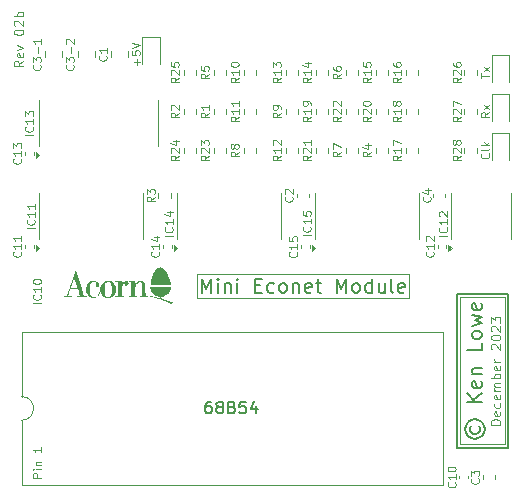
<source format=gbr>
%TF.GenerationSoftware,KiCad,Pcbnew,9.0.0*%
%TF.CreationDate,2025-03-27T21:27:03+00:00*%
%TF.ProjectId,MiniEconetModule,4d696e69-4563-46f6-9e65-744d6f64756c,02b*%
%TF.SameCoordinates,Original*%
%TF.FileFunction,Legend,Top*%
%TF.FilePolarity,Positive*%
%FSLAX46Y46*%
G04 Gerber Fmt 4.6, Leading zero omitted, Abs format (unit mm)*
G04 Created by KiCad (PCBNEW 9.0.0) date 2025-03-27 21:27:03*
%MOMM*%
%LPD*%
G01*
G04 APERTURE LIST*
%ADD10C,0.200000*%
%ADD11C,0.120000*%
%ADD12C,0.100000*%
%ADD13C,0.180000*%
%ADD14C,0.150000*%
%ADD15C,0.000000*%
G04 APERTURE END LIST*
D10*
X145609000Y-83533000D02*
X149927000Y-83533000D01*
X149927000Y-96512400D01*
X145609000Y-96512400D01*
X145609000Y-83533000D01*
D11*
X145863000Y-83761600D02*
X149673000Y-83761600D01*
X149673000Y-96233000D01*
X145863000Y-96233000D01*
X145863000Y-83761600D01*
X123555000Y-81845000D02*
X141555000Y-81845000D01*
X141555000Y-83845000D01*
X123555000Y-83845000D01*
X123555000Y-81845000D01*
D12*
X118482966Y-64113000D02*
X118482966Y-63579667D01*
X118749633Y-63846333D02*
X118216300Y-63846333D01*
X118049633Y-62913000D02*
X118049633Y-63246333D01*
X118049633Y-63246333D02*
X118382966Y-63279666D01*
X118382966Y-63279666D02*
X118349633Y-63246333D01*
X118349633Y-63246333D02*
X118316300Y-63179666D01*
X118316300Y-63179666D02*
X118316300Y-63013000D01*
X118316300Y-63013000D02*
X118349633Y-62946333D01*
X118349633Y-62946333D02*
X118382966Y-62913000D01*
X118382966Y-62913000D02*
X118449633Y-62879666D01*
X118449633Y-62879666D02*
X118616300Y-62879666D01*
X118616300Y-62879666D02*
X118682966Y-62913000D01*
X118682966Y-62913000D02*
X118716300Y-62946333D01*
X118716300Y-62946333D02*
X118749633Y-63013000D01*
X118749633Y-63013000D02*
X118749633Y-63179666D01*
X118749633Y-63179666D02*
X118716300Y-63246333D01*
X118716300Y-63246333D02*
X118682966Y-63279666D01*
X118049633Y-62679666D02*
X118749633Y-62446333D01*
X118749633Y-62446333D02*
X118049633Y-62212999D01*
D10*
X146748492Y-94712381D02*
X146688969Y-94831428D01*
X146688969Y-94831428D02*
X146688969Y-95069524D01*
X146688969Y-95069524D02*
X146748492Y-95188571D01*
X146748492Y-95188571D02*
X146867540Y-95307619D01*
X146867540Y-95307619D02*
X146986588Y-95367143D01*
X146986588Y-95367143D02*
X147224683Y-95367143D01*
X147224683Y-95367143D02*
X147343730Y-95307619D01*
X147343730Y-95307619D02*
X147462778Y-95188571D01*
X147462778Y-95188571D02*
X147522302Y-95069524D01*
X147522302Y-95069524D02*
X147522302Y-94831428D01*
X147522302Y-94831428D02*
X147462778Y-94712381D01*
X146272302Y-94950476D02*
X146331826Y-95248095D01*
X146331826Y-95248095D02*
X146510397Y-95545714D01*
X146510397Y-95545714D02*
X146808016Y-95724285D01*
X146808016Y-95724285D02*
X147105635Y-95783809D01*
X147105635Y-95783809D02*
X147403254Y-95724285D01*
X147403254Y-95724285D02*
X147700873Y-95545714D01*
X147700873Y-95545714D02*
X147879445Y-95248095D01*
X147879445Y-95248095D02*
X147938969Y-94950476D01*
X147938969Y-94950476D02*
X147879445Y-94652857D01*
X147879445Y-94652857D02*
X147700873Y-94355238D01*
X147700873Y-94355238D02*
X147403254Y-94176666D01*
X147403254Y-94176666D02*
X147105635Y-94117143D01*
X147105635Y-94117143D02*
X146808016Y-94176666D01*
X146808016Y-94176666D02*
X146510397Y-94355238D01*
X146510397Y-94355238D02*
X146331826Y-94652857D01*
X146331826Y-94652857D02*
X146272302Y-94950476D01*
X147700873Y-92629047D02*
X146450873Y-92629047D01*
X147700873Y-91914762D02*
X146986588Y-92450476D01*
X146450873Y-91914762D02*
X147165159Y-92629047D01*
X147641350Y-90902857D02*
X147700873Y-91021905D01*
X147700873Y-91021905D02*
X147700873Y-91260000D01*
X147700873Y-91260000D02*
X147641350Y-91379047D01*
X147641350Y-91379047D02*
X147522302Y-91438571D01*
X147522302Y-91438571D02*
X147046111Y-91438571D01*
X147046111Y-91438571D02*
X146927064Y-91379047D01*
X146927064Y-91379047D02*
X146867540Y-91260000D01*
X146867540Y-91260000D02*
X146867540Y-91021905D01*
X146867540Y-91021905D02*
X146927064Y-90902857D01*
X146927064Y-90902857D02*
X147046111Y-90843333D01*
X147046111Y-90843333D02*
X147165159Y-90843333D01*
X147165159Y-90843333D02*
X147284207Y-91438571D01*
X146867540Y-90307618D02*
X147700873Y-90307618D01*
X146986588Y-90307618D02*
X146927064Y-90248095D01*
X146927064Y-90248095D02*
X146867540Y-90129047D01*
X146867540Y-90129047D02*
X146867540Y-89950476D01*
X146867540Y-89950476D02*
X146927064Y-89831428D01*
X146927064Y-89831428D02*
X147046111Y-89771904D01*
X147046111Y-89771904D02*
X147700873Y-89771904D01*
X147700873Y-87629047D02*
X147700873Y-88224285D01*
X147700873Y-88224285D02*
X146450873Y-88224285D01*
X147700873Y-87033809D02*
X147641350Y-87152857D01*
X147641350Y-87152857D02*
X147581826Y-87212380D01*
X147581826Y-87212380D02*
X147462778Y-87271904D01*
X147462778Y-87271904D02*
X147105635Y-87271904D01*
X147105635Y-87271904D02*
X146986588Y-87212380D01*
X146986588Y-87212380D02*
X146927064Y-87152857D01*
X146927064Y-87152857D02*
X146867540Y-87033809D01*
X146867540Y-87033809D02*
X146867540Y-86855238D01*
X146867540Y-86855238D02*
X146927064Y-86736190D01*
X146927064Y-86736190D02*
X146986588Y-86676666D01*
X146986588Y-86676666D02*
X147105635Y-86617142D01*
X147105635Y-86617142D02*
X147462778Y-86617142D01*
X147462778Y-86617142D02*
X147581826Y-86676666D01*
X147581826Y-86676666D02*
X147641350Y-86736190D01*
X147641350Y-86736190D02*
X147700873Y-86855238D01*
X147700873Y-86855238D02*
X147700873Y-87033809D01*
X146867540Y-86200476D02*
X147700873Y-85962381D01*
X147700873Y-85962381D02*
X147105635Y-85724286D01*
X147105635Y-85724286D02*
X147700873Y-85486190D01*
X147700873Y-85486190D02*
X146867540Y-85248095D01*
X147641350Y-84295714D02*
X147700873Y-84414762D01*
X147700873Y-84414762D02*
X147700873Y-84652857D01*
X147700873Y-84652857D02*
X147641350Y-84771904D01*
X147641350Y-84771904D02*
X147522302Y-84831428D01*
X147522302Y-84831428D02*
X147046111Y-84831428D01*
X147046111Y-84831428D02*
X146927064Y-84771904D01*
X146927064Y-84771904D02*
X146867540Y-84652857D01*
X146867540Y-84652857D02*
X146867540Y-84414762D01*
X146867540Y-84414762D02*
X146927064Y-84295714D01*
X146927064Y-84295714D02*
X147046111Y-84236190D01*
X147046111Y-84236190D02*
X147165159Y-84236190D01*
X147165159Y-84236190D02*
X147284207Y-84831428D01*
D13*
X123983572Y-83390782D02*
X123983572Y-82190782D01*
X123983572Y-82190782D02*
X124383572Y-83047925D01*
X124383572Y-83047925D02*
X124783572Y-82190782D01*
X124783572Y-82190782D02*
X124783572Y-83390782D01*
X125355001Y-83390782D02*
X125355001Y-82590782D01*
X125355001Y-82190782D02*
X125297858Y-82247925D01*
X125297858Y-82247925D02*
X125355001Y-82305068D01*
X125355001Y-82305068D02*
X125412144Y-82247925D01*
X125412144Y-82247925D02*
X125355001Y-82190782D01*
X125355001Y-82190782D02*
X125355001Y-82305068D01*
X125926430Y-82590782D02*
X125926430Y-83390782D01*
X125926430Y-82705068D02*
X125983573Y-82647925D01*
X125983573Y-82647925D02*
X126097858Y-82590782D01*
X126097858Y-82590782D02*
X126269287Y-82590782D01*
X126269287Y-82590782D02*
X126383573Y-82647925D01*
X126383573Y-82647925D02*
X126440716Y-82762211D01*
X126440716Y-82762211D02*
X126440716Y-83390782D01*
X127012144Y-83390782D02*
X127012144Y-82590782D01*
X127012144Y-82190782D02*
X126955001Y-82247925D01*
X126955001Y-82247925D02*
X127012144Y-82305068D01*
X127012144Y-82305068D02*
X127069287Y-82247925D01*
X127069287Y-82247925D02*
X127012144Y-82190782D01*
X127012144Y-82190782D02*
X127012144Y-82305068D01*
X128497859Y-82762211D02*
X128897859Y-82762211D01*
X129069287Y-83390782D02*
X128497859Y-83390782D01*
X128497859Y-83390782D02*
X128497859Y-82190782D01*
X128497859Y-82190782D02*
X129069287Y-82190782D01*
X130097859Y-83333640D02*
X129983573Y-83390782D01*
X129983573Y-83390782D02*
X129755001Y-83390782D01*
X129755001Y-83390782D02*
X129640716Y-83333640D01*
X129640716Y-83333640D02*
X129583573Y-83276497D01*
X129583573Y-83276497D02*
X129526430Y-83162211D01*
X129526430Y-83162211D02*
X129526430Y-82819354D01*
X129526430Y-82819354D02*
X129583573Y-82705068D01*
X129583573Y-82705068D02*
X129640716Y-82647925D01*
X129640716Y-82647925D02*
X129755001Y-82590782D01*
X129755001Y-82590782D02*
X129983573Y-82590782D01*
X129983573Y-82590782D02*
X130097859Y-82647925D01*
X130783572Y-83390782D02*
X130669287Y-83333640D01*
X130669287Y-83333640D02*
X130612144Y-83276497D01*
X130612144Y-83276497D02*
X130555001Y-83162211D01*
X130555001Y-83162211D02*
X130555001Y-82819354D01*
X130555001Y-82819354D02*
X130612144Y-82705068D01*
X130612144Y-82705068D02*
X130669287Y-82647925D01*
X130669287Y-82647925D02*
X130783572Y-82590782D01*
X130783572Y-82590782D02*
X130955001Y-82590782D01*
X130955001Y-82590782D02*
X131069287Y-82647925D01*
X131069287Y-82647925D02*
X131126430Y-82705068D01*
X131126430Y-82705068D02*
X131183572Y-82819354D01*
X131183572Y-82819354D02*
X131183572Y-83162211D01*
X131183572Y-83162211D02*
X131126430Y-83276497D01*
X131126430Y-83276497D02*
X131069287Y-83333640D01*
X131069287Y-83333640D02*
X130955001Y-83390782D01*
X130955001Y-83390782D02*
X130783572Y-83390782D01*
X131697858Y-82590782D02*
X131697858Y-83390782D01*
X131697858Y-82705068D02*
X131755001Y-82647925D01*
X131755001Y-82647925D02*
X131869286Y-82590782D01*
X131869286Y-82590782D02*
X132040715Y-82590782D01*
X132040715Y-82590782D02*
X132155001Y-82647925D01*
X132155001Y-82647925D02*
X132212144Y-82762211D01*
X132212144Y-82762211D02*
X132212144Y-83390782D01*
X133240715Y-83333640D02*
X133126429Y-83390782D01*
X133126429Y-83390782D02*
X132897858Y-83390782D01*
X132897858Y-83390782D02*
X132783572Y-83333640D01*
X132783572Y-83333640D02*
X132726429Y-83219354D01*
X132726429Y-83219354D02*
X132726429Y-82762211D01*
X132726429Y-82762211D02*
X132783572Y-82647925D01*
X132783572Y-82647925D02*
X132897858Y-82590782D01*
X132897858Y-82590782D02*
X133126429Y-82590782D01*
X133126429Y-82590782D02*
X133240715Y-82647925D01*
X133240715Y-82647925D02*
X133297858Y-82762211D01*
X133297858Y-82762211D02*
X133297858Y-82876497D01*
X133297858Y-82876497D02*
X132726429Y-82990782D01*
X133640714Y-82590782D02*
X134097857Y-82590782D01*
X133812143Y-82190782D02*
X133812143Y-83219354D01*
X133812143Y-83219354D02*
X133869286Y-83333640D01*
X133869286Y-83333640D02*
X133983571Y-83390782D01*
X133983571Y-83390782D02*
X134097857Y-83390782D01*
X135412143Y-83390782D02*
X135412143Y-82190782D01*
X135412143Y-82190782D02*
X135812143Y-83047925D01*
X135812143Y-83047925D02*
X136212143Y-82190782D01*
X136212143Y-82190782D02*
X136212143Y-83390782D01*
X136955000Y-83390782D02*
X136840715Y-83333640D01*
X136840715Y-83333640D02*
X136783572Y-83276497D01*
X136783572Y-83276497D02*
X136726429Y-83162211D01*
X136726429Y-83162211D02*
X136726429Y-82819354D01*
X136726429Y-82819354D02*
X136783572Y-82705068D01*
X136783572Y-82705068D02*
X136840715Y-82647925D01*
X136840715Y-82647925D02*
X136955000Y-82590782D01*
X136955000Y-82590782D02*
X137126429Y-82590782D01*
X137126429Y-82590782D02*
X137240715Y-82647925D01*
X137240715Y-82647925D02*
X137297858Y-82705068D01*
X137297858Y-82705068D02*
X137355000Y-82819354D01*
X137355000Y-82819354D02*
X137355000Y-83162211D01*
X137355000Y-83162211D02*
X137297858Y-83276497D01*
X137297858Y-83276497D02*
X137240715Y-83333640D01*
X137240715Y-83333640D02*
X137126429Y-83390782D01*
X137126429Y-83390782D02*
X136955000Y-83390782D01*
X138383572Y-83390782D02*
X138383572Y-82190782D01*
X138383572Y-83333640D02*
X138269286Y-83390782D01*
X138269286Y-83390782D02*
X138040714Y-83390782D01*
X138040714Y-83390782D02*
X137926429Y-83333640D01*
X137926429Y-83333640D02*
X137869286Y-83276497D01*
X137869286Y-83276497D02*
X137812143Y-83162211D01*
X137812143Y-83162211D02*
X137812143Y-82819354D01*
X137812143Y-82819354D02*
X137869286Y-82705068D01*
X137869286Y-82705068D02*
X137926429Y-82647925D01*
X137926429Y-82647925D02*
X138040714Y-82590782D01*
X138040714Y-82590782D02*
X138269286Y-82590782D01*
X138269286Y-82590782D02*
X138383572Y-82647925D01*
X139469286Y-82590782D02*
X139469286Y-83390782D01*
X138955000Y-82590782D02*
X138955000Y-83219354D01*
X138955000Y-83219354D02*
X139012143Y-83333640D01*
X139012143Y-83333640D02*
X139126428Y-83390782D01*
X139126428Y-83390782D02*
X139297857Y-83390782D01*
X139297857Y-83390782D02*
X139412143Y-83333640D01*
X139412143Y-83333640D02*
X139469286Y-83276497D01*
X140212142Y-83390782D02*
X140097857Y-83333640D01*
X140097857Y-83333640D02*
X140040714Y-83219354D01*
X140040714Y-83219354D02*
X140040714Y-82190782D01*
X141126428Y-83333640D02*
X141012142Y-83390782D01*
X141012142Y-83390782D02*
X140783571Y-83390782D01*
X140783571Y-83390782D02*
X140669285Y-83333640D01*
X140669285Y-83333640D02*
X140612142Y-83219354D01*
X140612142Y-83219354D02*
X140612142Y-82762211D01*
X140612142Y-82762211D02*
X140669285Y-82647925D01*
X140669285Y-82647925D02*
X140783571Y-82590782D01*
X140783571Y-82590782D02*
X141012142Y-82590782D01*
X141012142Y-82590782D02*
X141126428Y-82647925D01*
X141126428Y-82647925D02*
X141183571Y-82762211D01*
X141183571Y-82762211D02*
X141183571Y-82876497D01*
X141183571Y-82876497D02*
X140612142Y-82990782D01*
D12*
X148273966Y-71591000D02*
X148307300Y-71624333D01*
X148307300Y-71624333D02*
X148340633Y-71724333D01*
X148340633Y-71724333D02*
X148340633Y-71791000D01*
X148340633Y-71791000D02*
X148307300Y-71891000D01*
X148307300Y-71891000D02*
X148240633Y-71957667D01*
X148240633Y-71957667D02*
X148173966Y-71991000D01*
X148173966Y-71991000D02*
X148040633Y-72024333D01*
X148040633Y-72024333D02*
X147940633Y-72024333D01*
X147940633Y-72024333D02*
X147807300Y-71991000D01*
X147807300Y-71991000D02*
X147740633Y-71957667D01*
X147740633Y-71957667D02*
X147673966Y-71891000D01*
X147673966Y-71891000D02*
X147640633Y-71791000D01*
X147640633Y-71791000D02*
X147640633Y-71724333D01*
X147640633Y-71724333D02*
X147673966Y-71624333D01*
X147673966Y-71624333D02*
X147707300Y-71591000D01*
X148340633Y-71191000D02*
X148307300Y-71257667D01*
X148307300Y-71257667D02*
X148240633Y-71291000D01*
X148240633Y-71291000D02*
X147640633Y-71291000D01*
X148340633Y-70924333D02*
X147640633Y-70924333D01*
X148073966Y-70857666D02*
X148340633Y-70657666D01*
X147873966Y-70657666D02*
X148140633Y-70924333D01*
X110393633Y-99048544D02*
X109693633Y-99048544D01*
X109693633Y-99048544D02*
X109693633Y-98781877D01*
X109693633Y-98781877D02*
X109726966Y-98715211D01*
X109726966Y-98715211D02*
X109760300Y-98681877D01*
X109760300Y-98681877D02*
X109826966Y-98648544D01*
X109826966Y-98648544D02*
X109926966Y-98648544D01*
X109926966Y-98648544D02*
X109993633Y-98681877D01*
X109993633Y-98681877D02*
X110026966Y-98715211D01*
X110026966Y-98715211D02*
X110060300Y-98781877D01*
X110060300Y-98781877D02*
X110060300Y-99048544D01*
X110393633Y-98348544D02*
X109926966Y-98348544D01*
X109693633Y-98348544D02*
X109726966Y-98381877D01*
X109726966Y-98381877D02*
X109760300Y-98348544D01*
X109760300Y-98348544D02*
X109726966Y-98315211D01*
X109726966Y-98315211D02*
X109693633Y-98348544D01*
X109693633Y-98348544D02*
X109760300Y-98348544D01*
X109926966Y-98015211D02*
X110393633Y-98015211D01*
X109993633Y-98015211D02*
X109960300Y-97981878D01*
X109960300Y-97981878D02*
X109926966Y-97915211D01*
X109926966Y-97915211D02*
X109926966Y-97815211D01*
X109926966Y-97815211D02*
X109960300Y-97748544D01*
X109960300Y-97748544D02*
X110026966Y-97715211D01*
X110026966Y-97715211D02*
X110393633Y-97715211D01*
X110393633Y-96481878D02*
X110393633Y-96881878D01*
X110393633Y-96681878D02*
X109693633Y-96681878D01*
X109693633Y-96681878D02*
X109793633Y-96748545D01*
X109793633Y-96748545D02*
X109860300Y-96815212D01*
X109860300Y-96815212D02*
X109893633Y-96881878D01*
X147640633Y-65220333D02*
X147640633Y-64820333D01*
X148340633Y-65020333D02*
X147640633Y-65020333D01*
X148340633Y-64653667D02*
X147873966Y-64287000D01*
X147873966Y-64653667D02*
X148340633Y-64287000D01*
X149275895Y-94562380D02*
X148475895Y-94562380D01*
X148475895Y-94562380D02*
X148475895Y-94371904D01*
X148475895Y-94371904D02*
X148513990Y-94257618D01*
X148513990Y-94257618D02*
X148590180Y-94181428D01*
X148590180Y-94181428D02*
X148666371Y-94143333D01*
X148666371Y-94143333D02*
X148818752Y-94105237D01*
X148818752Y-94105237D02*
X148933038Y-94105237D01*
X148933038Y-94105237D02*
X149085419Y-94143333D01*
X149085419Y-94143333D02*
X149161609Y-94181428D01*
X149161609Y-94181428D02*
X149237800Y-94257618D01*
X149237800Y-94257618D02*
X149275895Y-94371904D01*
X149275895Y-94371904D02*
X149275895Y-94562380D01*
X149237800Y-93457618D02*
X149275895Y-93533809D01*
X149275895Y-93533809D02*
X149275895Y-93686190D01*
X149275895Y-93686190D02*
X149237800Y-93762380D01*
X149237800Y-93762380D02*
X149161609Y-93800476D01*
X149161609Y-93800476D02*
X148856847Y-93800476D01*
X148856847Y-93800476D02*
X148780657Y-93762380D01*
X148780657Y-93762380D02*
X148742561Y-93686190D01*
X148742561Y-93686190D02*
X148742561Y-93533809D01*
X148742561Y-93533809D02*
X148780657Y-93457618D01*
X148780657Y-93457618D02*
X148856847Y-93419523D01*
X148856847Y-93419523D02*
X148933038Y-93419523D01*
X148933038Y-93419523D02*
X149009228Y-93800476D01*
X149237800Y-92733809D02*
X149275895Y-92810000D01*
X149275895Y-92810000D02*
X149275895Y-92962381D01*
X149275895Y-92962381D02*
X149237800Y-93038571D01*
X149237800Y-93038571D02*
X149199704Y-93076666D01*
X149199704Y-93076666D02*
X149123514Y-93114762D01*
X149123514Y-93114762D02*
X148894942Y-93114762D01*
X148894942Y-93114762D02*
X148818752Y-93076666D01*
X148818752Y-93076666D02*
X148780657Y-93038571D01*
X148780657Y-93038571D02*
X148742561Y-92962381D01*
X148742561Y-92962381D02*
X148742561Y-92810000D01*
X148742561Y-92810000D02*
X148780657Y-92733809D01*
X149237800Y-92086190D02*
X149275895Y-92162381D01*
X149275895Y-92162381D02*
X149275895Y-92314762D01*
X149275895Y-92314762D02*
X149237800Y-92390952D01*
X149237800Y-92390952D02*
X149161609Y-92429048D01*
X149161609Y-92429048D02*
X148856847Y-92429048D01*
X148856847Y-92429048D02*
X148780657Y-92390952D01*
X148780657Y-92390952D02*
X148742561Y-92314762D01*
X148742561Y-92314762D02*
X148742561Y-92162381D01*
X148742561Y-92162381D02*
X148780657Y-92086190D01*
X148780657Y-92086190D02*
X148856847Y-92048095D01*
X148856847Y-92048095D02*
X148933038Y-92048095D01*
X148933038Y-92048095D02*
X149009228Y-92429048D01*
X149275895Y-91705238D02*
X148742561Y-91705238D01*
X148818752Y-91705238D02*
X148780657Y-91667143D01*
X148780657Y-91667143D02*
X148742561Y-91590953D01*
X148742561Y-91590953D02*
X148742561Y-91476667D01*
X148742561Y-91476667D02*
X148780657Y-91400476D01*
X148780657Y-91400476D02*
X148856847Y-91362381D01*
X148856847Y-91362381D02*
X149275895Y-91362381D01*
X148856847Y-91362381D02*
X148780657Y-91324286D01*
X148780657Y-91324286D02*
X148742561Y-91248095D01*
X148742561Y-91248095D02*
X148742561Y-91133810D01*
X148742561Y-91133810D02*
X148780657Y-91057619D01*
X148780657Y-91057619D02*
X148856847Y-91019524D01*
X148856847Y-91019524D02*
X149275895Y-91019524D01*
X149275895Y-90638571D02*
X148475895Y-90638571D01*
X148780657Y-90638571D02*
X148742561Y-90562381D01*
X148742561Y-90562381D02*
X148742561Y-90410000D01*
X148742561Y-90410000D02*
X148780657Y-90333809D01*
X148780657Y-90333809D02*
X148818752Y-90295714D01*
X148818752Y-90295714D02*
X148894942Y-90257619D01*
X148894942Y-90257619D02*
X149123514Y-90257619D01*
X149123514Y-90257619D02*
X149199704Y-90295714D01*
X149199704Y-90295714D02*
X149237800Y-90333809D01*
X149237800Y-90333809D02*
X149275895Y-90410000D01*
X149275895Y-90410000D02*
X149275895Y-90562381D01*
X149275895Y-90562381D02*
X149237800Y-90638571D01*
X149237800Y-89609999D02*
X149275895Y-89686190D01*
X149275895Y-89686190D02*
X149275895Y-89838571D01*
X149275895Y-89838571D02*
X149237800Y-89914761D01*
X149237800Y-89914761D02*
X149161609Y-89952857D01*
X149161609Y-89952857D02*
X148856847Y-89952857D01*
X148856847Y-89952857D02*
X148780657Y-89914761D01*
X148780657Y-89914761D02*
X148742561Y-89838571D01*
X148742561Y-89838571D02*
X148742561Y-89686190D01*
X148742561Y-89686190D02*
X148780657Y-89609999D01*
X148780657Y-89609999D02*
X148856847Y-89571904D01*
X148856847Y-89571904D02*
X148933038Y-89571904D01*
X148933038Y-89571904D02*
X149009228Y-89952857D01*
X149275895Y-89229047D02*
X148742561Y-89229047D01*
X148894942Y-89229047D02*
X148818752Y-89190952D01*
X148818752Y-89190952D02*
X148780657Y-89152857D01*
X148780657Y-89152857D02*
X148742561Y-89076666D01*
X148742561Y-89076666D02*
X148742561Y-89000476D01*
X148552085Y-88162381D02*
X148513990Y-88124285D01*
X148513990Y-88124285D02*
X148475895Y-88048095D01*
X148475895Y-88048095D02*
X148475895Y-87857619D01*
X148475895Y-87857619D02*
X148513990Y-87781428D01*
X148513990Y-87781428D02*
X148552085Y-87743333D01*
X148552085Y-87743333D02*
X148628276Y-87705238D01*
X148628276Y-87705238D02*
X148704466Y-87705238D01*
X148704466Y-87705238D02*
X148818752Y-87743333D01*
X148818752Y-87743333D02*
X149275895Y-88200476D01*
X149275895Y-88200476D02*
X149275895Y-87705238D01*
X148475895Y-87209999D02*
X148475895Y-87133809D01*
X148475895Y-87133809D02*
X148513990Y-87057618D01*
X148513990Y-87057618D02*
X148552085Y-87019523D01*
X148552085Y-87019523D02*
X148628276Y-86981428D01*
X148628276Y-86981428D02*
X148780657Y-86943333D01*
X148780657Y-86943333D02*
X148971133Y-86943333D01*
X148971133Y-86943333D02*
X149123514Y-86981428D01*
X149123514Y-86981428D02*
X149199704Y-87019523D01*
X149199704Y-87019523D02*
X149237800Y-87057618D01*
X149237800Y-87057618D02*
X149275895Y-87133809D01*
X149275895Y-87133809D02*
X149275895Y-87209999D01*
X149275895Y-87209999D02*
X149237800Y-87286190D01*
X149237800Y-87286190D02*
X149199704Y-87324285D01*
X149199704Y-87324285D02*
X149123514Y-87362380D01*
X149123514Y-87362380D02*
X148971133Y-87400476D01*
X148971133Y-87400476D02*
X148780657Y-87400476D01*
X148780657Y-87400476D02*
X148628276Y-87362380D01*
X148628276Y-87362380D02*
X148552085Y-87324285D01*
X148552085Y-87324285D02*
X148513990Y-87286190D01*
X148513990Y-87286190D02*
X148475895Y-87209999D01*
X148552085Y-86638571D02*
X148513990Y-86600475D01*
X148513990Y-86600475D02*
X148475895Y-86524285D01*
X148475895Y-86524285D02*
X148475895Y-86333809D01*
X148475895Y-86333809D02*
X148513990Y-86257618D01*
X148513990Y-86257618D02*
X148552085Y-86219523D01*
X148552085Y-86219523D02*
X148628276Y-86181428D01*
X148628276Y-86181428D02*
X148704466Y-86181428D01*
X148704466Y-86181428D02*
X148818752Y-86219523D01*
X148818752Y-86219523D02*
X149275895Y-86676666D01*
X149275895Y-86676666D02*
X149275895Y-86181428D01*
X148475895Y-85914761D02*
X148475895Y-85419523D01*
X148475895Y-85419523D02*
X148780657Y-85686189D01*
X148780657Y-85686189D02*
X148780657Y-85571904D01*
X148780657Y-85571904D02*
X148818752Y-85495713D01*
X148818752Y-85495713D02*
X148856847Y-85457618D01*
X148856847Y-85457618D02*
X148933038Y-85419523D01*
X148933038Y-85419523D02*
X149123514Y-85419523D01*
X149123514Y-85419523D02*
X149199704Y-85457618D01*
X149199704Y-85457618D02*
X149237800Y-85495713D01*
X149237800Y-85495713D02*
X149275895Y-85571904D01*
X149275895Y-85571904D02*
X149275895Y-85800475D01*
X149275895Y-85800475D02*
X149237800Y-85876666D01*
X149237800Y-85876666D02*
X149199704Y-85914761D01*
X108889895Y-63773551D02*
X108508942Y-64040218D01*
X108889895Y-64230694D02*
X108089895Y-64230694D01*
X108089895Y-64230694D02*
X108089895Y-63925932D01*
X108089895Y-63925932D02*
X108127990Y-63849742D01*
X108127990Y-63849742D02*
X108166085Y-63811647D01*
X108166085Y-63811647D02*
X108242276Y-63773551D01*
X108242276Y-63773551D02*
X108356561Y-63773551D01*
X108356561Y-63773551D02*
X108432752Y-63811647D01*
X108432752Y-63811647D02*
X108470847Y-63849742D01*
X108470847Y-63849742D02*
X108508942Y-63925932D01*
X108508942Y-63925932D02*
X108508942Y-64230694D01*
X108851800Y-63125932D02*
X108889895Y-63202123D01*
X108889895Y-63202123D02*
X108889895Y-63354504D01*
X108889895Y-63354504D02*
X108851800Y-63430694D01*
X108851800Y-63430694D02*
X108775609Y-63468790D01*
X108775609Y-63468790D02*
X108470847Y-63468790D01*
X108470847Y-63468790D02*
X108394657Y-63430694D01*
X108394657Y-63430694D02*
X108356561Y-63354504D01*
X108356561Y-63354504D02*
X108356561Y-63202123D01*
X108356561Y-63202123D02*
X108394657Y-63125932D01*
X108394657Y-63125932D02*
X108470847Y-63087837D01*
X108470847Y-63087837D02*
X108547038Y-63087837D01*
X108547038Y-63087837D02*
X108623228Y-63468790D01*
X108356561Y-62821171D02*
X108889895Y-62630695D01*
X108889895Y-62630695D02*
X108356561Y-62440218D01*
X108089895Y-61373551D02*
X108089895Y-61297361D01*
X108089895Y-61297361D02*
X108127990Y-61221170D01*
X108127990Y-61221170D02*
X108166085Y-61183075D01*
X108166085Y-61183075D02*
X108242276Y-61144980D01*
X108242276Y-61144980D02*
X108394657Y-61106885D01*
X108394657Y-61106885D02*
X108585133Y-61106885D01*
X108585133Y-61106885D02*
X108737514Y-61144980D01*
X108737514Y-61144980D02*
X108813704Y-61183075D01*
X108813704Y-61183075D02*
X108851800Y-61221170D01*
X108851800Y-61221170D02*
X108889895Y-61297361D01*
X108889895Y-61297361D02*
X108889895Y-61373551D01*
X108889895Y-61373551D02*
X108851800Y-61449742D01*
X108851800Y-61449742D02*
X108813704Y-61487837D01*
X108813704Y-61487837D02*
X108737514Y-61525932D01*
X108737514Y-61525932D02*
X108585133Y-61564028D01*
X108585133Y-61564028D02*
X108394657Y-61564028D01*
X108394657Y-61564028D02*
X108242276Y-61525932D01*
X108242276Y-61525932D02*
X108166085Y-61487837D01*
X108166085Y-61487837D02*
X108127990Y-61449742D01*
X108127990Y-61449742D02*
X108089895Y-61373551D01*
X108166085Y-60802123D02*
X108127990Y-60764027D01*
X108127990Y-60764027D02*
X108089895Y-60687837D01*
X108089895Y-60687837D02*
X108089895Y-60497361D01*
X108089895Y-60497361D02*
X108127990Y-60421170D01*
X108127990Y-60421170D02*
X108166085Y-60383075D01*
X108166085Y-60383075D02*
X108242276Y-60344980D01*
X108242276Y-60344980D02*
X108318466Y-60344980D01*
X108318466Y-60344980D02*
X108432752Y-60383075D01*
X108432752Y-60383075D02*
X108889895Y-60840218D01*
X108889895Y-60840218D02*
X108889895Y-60344980D01*
X108889895Y-60002122D02*
X108089895Y-60002122D01*
X108394657Y-60002122D02*
X108356561Y-59925932D01*
X108356561Y-59925932D02*
X108356561Y-59773551D01*
X108356561Y-59773551D02*
X108394657Y-59697360D01*
X108394657Y-59697360D02*
X108432752Y-59659265D01*
X108432752Y-59659265D02*
X108508942Y-59621170D01*
X108508942Y-59621170D02*
X108737514Y-59621170D01*
X108737514Y-59621170D02*
X108813704Y-59659265D01*
X108813704Y-59659265D02*
X108851800Y-59697360D01*
X108851800Y-59697360D02*
X108889895Y-59773551D01*
X108889895Y-59773551D02*
X108889895Y-59925932D01*
X108889895Y-59925932D02*
X108851800Y-60002122D01*
X148340633Y-68105666D02*
X148007300Y-68338999D01*
X148340633Y-68505666D02*
X147640633Y-68505666D01*
X147640633Y-68505666D02*
X147640633Y-68238999D01*
X147640633Y-68238999D02*
X147673966Y-68172333D01*
X147673966Y-68172333D02*
X147707300Y-68138999D01*
X147707300Y-68138999D02*
X147773966Y-68105666D01*
X147773966Y-68105666D02*
X147873966Y-68105666D01*
X147873966Y-68105666D02*
X147940633Y-68138999D01*
X147940633Y-68138999D02*
X147973966Y-68172333D01*
X147973966Y-68172333D02*
X148007300Y-68238999D01*
X148007300Y-68238999D02*
X148007300Y-68505666D01*
X148340633Y-67872333D02*
X147873966Y-67505666D01*
X147873966Y-67872333D02*
X148340633Y-67505666D01*
X135767633Y-64853666D02*
X135434300Y-65086999D01*
X135767633Y-65253666D02*
X135067633Y-65253666D01*
X135067633Y-65253666D02*
X135067633Y-64986999D01*
X135067633Y-64986999D02*
X135100966Y-64920333D01*
X135100966Y-64920333D02*
X135134300Y-64886999D01*
X135134300Y-64886999D02*
X135200966Y-64853666D01*
X135200966Y-64853666D02*
X135300966Y-64853666D01*
X135300966Y-64853666D02*
X135367633Y-64886999D01*
X135367633Y-64886999D02*
X135400966Y-64920333D01*
X135400966Y-64920333D02*
X135434300Y-64986999D01*
X135434300Y-64986999D02*
X135434300Y-65253666D01*
X135067633Y-64253666D02*
X135067633Y-64386999D01*
X135067633Y-64386999D02*
X135100966Y-64453666D01*
X135100966Y-64453666D02*
X135134300Y-64486999D01*
X135134300Y-64486999D02*
X135234300Y-64553666D01*
X135234300Y-64553666D02*
X135367633Y-64586999D01*
X135367633Y-64586999D02*
X135634300Y-64586999D01*
X135634300Y-64586999D02*
X135700966Y-64553666D01*
X135700966Y-64553666D02*
X135734300Y-64520333D01*
X135734300Y-64520333D02*
X135767633Y-64453666D01*
X135767633Y-64453666D02*
X135767633Y-64320333D01*
X135767633Y-64320333D02*
X135734300Y-64253666D01*
X135734300Y-64253666D02*
X135700966Y-64220333D01*
X135700966Y-64220333D02*
X135634300Y-64186999D01*
X135634300Y-64186999D02*
X135467633Y-64186999D01*
X135467633Y-64186999D02*
X135400966Y-64220333D01*
X135400966Y-64220333D02*
X135367633Y-64253666D01*
X135367633Y-64253666D02*
X135334300Y-64320333D01*
X135334300Y-64320333D02*
X135334300Y-64453666D01*
X135334300Y-64453666D02*
X135367633Y-64520333D01*
X135367633Y-64520333D02*
X135400966Y-64553666D01*
X135400966Y-64553666D02*
X135467633Y-64586999D01*
X130687633Y-68155666D02*
X130354300Y-68388999D01*
X130687633Y-68555666D02*
X129987633Y-68555666D01*
X129987633Y-68555666D02*
X129987633Y-68288999D01*
X129987633Y-68288999D02*
X130020966Y-68222333D01*
X130020966Y-68222333D02*
X130054300Y-68188999D01*
X130054300Y-68188999D02*
X130120966Y-68155666D01*
X130120966Y-68155666D02*
X130220966Y-68155666D01*
X130220966Y-68155666D02*
X130287633Y-68188999D01*
X130287633Y-68188999D02*
X130320966Y-68222333D01*
X130320966Y-68222333D02*
X130354300Y-68288999D01*
X130354300Y-68288999D02*
X130354300Y-68555666D01*
X130687633Y-67822333D02*
X130687633Y-67688999D01*
X130687633Y-67688999D02*
X130654300Y-67622333D01*
X130654300Y-67622333D02*
X130620966Y-67588999D01*
X130620966Y-67588999D02*
X130520966Y-67522333D01*
X130520966Y-67522333D02*
X130387633Y-67488999D01*
X130387633Y-67488999D02*
X130120966Y-67488999D01*
X130120966Y-67488999D02*
X130054300Y-67522333D01*
X130054300Y-67522333D02*
X130020966Y-67555666D01*
X130020966Y-67555666D02*
X129987633Y-67622333D01*
X129987633Y-67622333D02*
X129987633Y-67755666D01*
X129987633Y-67755666D02*
X130020966Y-67822333D01*
X130020966Y-67822333D02*
X130054300Y-67855666D01*
X130054300Y-67855666D02*
X130120966Y-67888999D01*
X130120966Y-67888999D02*
X130287633Y-67888999D01*
X130287633Y-67888999D02*
X130354300Y-67855666D01*
X130354300Y-67855666D02*
X130387633Y-67822333D01*
X130387633Y-67822333D02*
X130420966Y-67755666D01*
X130420966Y-67755666D02*
X130420966Y-67622333D01*
X130420966Y-67622333D02*
X130387633Y-67555666D01*
X130387633Y-67555666D02*
X130354300Y-67522333D01*
X130354300Y-67522333D02*
X130287633Y-67488999D01*
X127131633Y-68489000D02*
X126798300Y-68722333D01*
X127131633Y-68889000D02*
X126431633Y-68889000D01*
X126431633Y-68889000D02*
X126431633Y-68622333D01*
X126431633Y-68622333D02*
X126464966Y-68555667D01*
X126464966Y-68555667D02*
X126498300Y-68522333D01*
X126498300Y-68522333D02*
X126564966Y-68489000D01*
X126564966Y-68489000D02*
X126664966Y-68489000D01*
X126664966Y-68489000D02*
X126731633Y-68522333D01*
X126731633Y-68522333D02*
X126764966Y-68555667D01*
X126764966Y-68555667D02*
X126798300Y-68622333D01*
X126798300Y-68622333D02*
X126798300Y-68889000D01*
X127131633Y-67822333D02*
X127131633Y-68222333D01*
X127131633Y-68022333D02*
X126431633Y-68022333D01*
X126431633Y-68022333D02*
X126531633Y-68089000D01*
X126531633Y-68089000D02*
X126598300Y-68155667D01*
X126598300Y-68155667D02*
X126631633Y-68222333D01*
X127131633Y-67155666D02*
X127131633Y-67555666D01*
X127131633Y-67355666D02*
X126431633Y-67355666D01*
X126431633Y-67355666D02*
X126531633Y-67422333D01*
X126531633Y-67422333D02*
X126598300Y-67489000D01*
X126598300Y-67489000D02*
X126631633Y-67555666D01*
X130687633Y-71791000D02*
X130354300Y-72024333D01*
X130687633Y-72191000D02*
X129987633Y-72191000D01*
X129987633Y-72191000D02*
X129987633Y-71924333D01*
X129987633Y-71924333D02*
X130020966Y-71857667D01*
X130020966Y-71857667D02*
X130054300Y-71824333D01*
X130054300Y-71824333D02*
X130120966Y-71791000D01*
X130120966Y-71791000D02*
X130220966Y-71791000D01*
X130220966Y-71791000D02*
X130287633Y-71824333D01*
X130287633Y-71824333D02*
X130320966Y-71857667D01*
X130320966Y-71857667D02*
X130354300Y-71924333D01*
X130354300Y-71924333D02*
X130354300Y-72191000D01*
X130687633Y-71124333D02*
X130687633Y-71524333D01*
X130687633Y-71324333D02*
X129987633Y-71324333D01*
X129987633Y-71324333D02*
X130087633Y-71391000D01*
X130087633Y-71391000D02*
X130154300Y-71457667D01*
X130154300Y-71457667D02*
X130187633Y-71524333D01*
X130054300Y-70857666D02*
X130020966Y-70824333D01*
X130020966Y-70824333D02*
X129987633Y-70757666D01*
X129987633Y-70757666D02*
X129987633Y-70591000D01*
X129987633Y-70591000D02*
X130020966Y-70524333D01*
X130020966Y-70524333D02*
X130054300Y-70491000D01*
X130054300Y-70491000D02*
X130120966Y-70457666D01*
X130120966Y-70457666D02*
X130187633Y-70457666D01*
X130187633Y-70457666D02*
X130287633Y-70491000D01*
X130287633Y-70491000D02*
X130687633Y-70891000D01*
X130687633Y-70891000D02*
X130687633Y-70457666D01*
X130687633Y-65187000D02*
X130354300Y-65420333D01*
X130687633Y-65587000D02*
X129987633Y-65587000D01*
X129987633Y-65587000D02*
X129987633Y-65320333D01*
X129987633Y-65320333D02*
X130020966Y-65253667D01*
X130020966Y-65253667D02*
X130054300Y-65220333D01*
X130054300Y-65220333D02*
X130120966Y-65187000D01*
X130120966Y-65187000D02*
X130220966Y-65187000D01*
X130220966Y-65187000D02*
X130287633Y-65220333D01*
X130287633Y-65220333D02*
X130320966Y-65253667D01*
X130320966Y-65253667D02*
X130354300Y-65320333D01*
X130354300Y-65320333D02*
X130354300Y-65587000D01*
X130687633Y-64520333D02*
X130687633Y-64920333D01*
X130687633Y-64720333D02*
X129987633Y-64720333D01*
X129987633Y-64720333D02*
X130087633Y-64787000D01*
X130087633Y-64787000D02*
X130154300Y-64853667D01*
X130154300Y-64853667D02*
X130187633Y-64920333D01*
X129987633Y-64287000D02*
X129987633Y-63853666D01*
X129987633Y-63853666D02*
X130254300Y-64087000D01*
X130254300Y-64087000D02*
X130254300Y-63987000D01*
X130254300Y-63987000D02*
X130287633Y-63920333D01*
X130287633Y-63920333D02*
X130320966Y-63887000D01*
X130320966Y-63887000D02*
X130387633Y-63853666D01*
X130387633Y-63853666D02*
X130554300Y-63853666D01*
X130554300Y-63853666D02*
X130620966Y-63887000D01*
X130620966Y-63887000D02*
X130654300Y-63920333D01*
X130654300Y-63920333D02*
X130687633Y-63987000D01*
X130687633Y-63987000D02*
X130687633Y-64187000D01*
X130687633Y-64187000D02*
X130654300Y-64253666D01*
X130654300Y-64253666D02*
X130620966Y-64287000D01*
X133227633Y-65187000D02*
X132894300Y-65420333D01*
X133227633Y-65587000D02*
X132527633Y-65587000D01*
X132527633Y-65587000D02*
X132527633Y-65320333D01*
X132527633Y-65320333D02*
X132560966Y-65253667D01*
X132560966Y-65253667D02*
X132594300Y-65220333D01*
X132594300Y-65220333D02*
X132660966Y-65187000D01*
X132660966Y-65187000D02*
X132760966Y-65187000D01*
X132760966Y-65187000D02*
X132827633Y-65220333D01*
X132827633Y-65220333D02*
X132860966Y-65253667D01*
X132860966Y-65253667D02*
X132894300Y-65320333D01*
X132894300Y-65320333D02*
X132894300Y-65587000D01*
X133227633Y-64520333D02*
X133227633Y-64920333D01*
X133227633Y-64720333D02*
X132527633Y-64720333D01*
X132527633Y-64720333D02*
X132627633Y-64787000D01*
X132627633Y-64787000D02*
X132694300Y-64853667D01*
X132694300Y-64853667D02*
X132727633Y-64920333D01*
X132760966Y-63920333D02*
X133227633Y-63920333D01*
X132494300Y-64087000D02*
X132994300Y-64253666D01*
X132994300Y-64253666D02*
X132994300Y-63820333D01*
X138307633Y-65187000D02*
X137974300Y-65420333D01*
X138307633Y-65587000D02*
X137607633Y-65587000D01*
X137607633Y-65587000D02*
X137607633Y-65320333D01*
X137607633Y-65320333D02*
X137640966Y-65253667D01*
X137640966Y-65253667D02*
X137674300Y-65220333D01*
X137674300Y-65220333D02*
X137740966Y-65187000D01*
X137740966Y-65187000D02*
X137840966Y-65187000D01*
X137840966Y-65187000D02*
X137907633Y-65220333D01*
X137907633Y-65220333D02*
X137940966Y-65253667D01*
X137940966Y-65253667D02*
X137974300Y-65320333D01*
X137974300Y-65320333D02*
X137974300Y-65587000D01*
X138307633Y-64520333D02*
X138307633Y-64920333D01*
X138307633Y-64720333D02*
X137607633Y-64720333D01*
X137607633Y-64720333D02*
X137707633Y-64787000D01*
X137707633Y-64787000D02*
X137774300Y-64853667D01*
X137774300Y-64853667D02*
X137807633Y-64920333D01*
X137607633Y-63887000D02*
X137607633Y-64220333D01*
X137607633Y-64220333D02*
X137940966Y-64253666D01*
X137940966Y-64253666D02*
X137907633Y-64220333D01*
X137907633Y-64220333D02*
X137874300Y-64153666D01*
X137874300Y-64153666D02*
X137874300Y-63987000D01*
X137874300Y-63987000D02*
X137907633Y-63920333D01*
X137907633Y-63920333D02*
X137940966Y-63887000D01*
X137940966Y-63887000D02*
X138007633Y-63853666D01*
X138007633Y-63853666D02*
X138174300Y-63853666D01*
X138174300Y-63853666D02*
X138240966Y-63887000D01*
X138240966Y-63887000D02*
X138274300Y-63920333D01*
X138274300Y-63920333D02*
X138307633Y-63987000D01*
X138307633Y-63987000D02*
X138307633Y-64153666D01*
X138307633Y-64153666D02*
X138274300Y-64220333D01*
X138274300Y-64220333D02*
X138240966Y-64253666D01*
X140847633Y-65187000D02*
X140514300Y-65420333D01*
X140847633Y-65587000D02*
X140147633Y-65587000D01*
X140147633Y-65587000D02*
X140147633Y-65320333D01*
X140147633Y-65320333D02*
X140180966Y-65253667D01*
X140180966Y-65253667D02*
X140214300Y-65220333D01*
X140214300Y-65220333D02*
X140280966Y-65187000D01*
X140280966Y-65187000D02*
X140380966Y-65187000D01*
X140380966Y-65187000D02*
X140447633Y-65220333D01*
X140447633Y-65220333D02*
X140480966Y-65253667D01*
X140480966Y-65253667D02*
X140514300Y-65320333D01*
X140514300Y-65320333D02*
X140514300Y-65587000D01*
X140847633Y-64520333D02*
X140847633Y-64920333D01*
X140847633Y-64720333D02*
X140147633Y-64720333D01*
X140147633Y-64720333D02*
X140247633Y-64787000D01*
X140247633Y-64787000D02*
X140314300Y-64853667D01*
X140314300Y-64853667D02*
X140347633Y-64920333D01*
X140147633Y-63920333D02*
X140147633Y-64053666D01*
X140147633Y-64053666D02*
X140180966Y-64120333D01*
X140180966Y-64120333D02*
X140214300Y-64153666D01*
X140214300Y-64153666D02*
X140314300Y-64220333D01*
X140314300Y-64220333D02*
X140447633Y-64253666D01*
X140447633Y-64253666D02*
X140714300Y-64253666D01*
X140714300Y-64253666D02*
X140780966Y-64220333D01*
X140780966Y-64220333D02*
X140814300Y-64187000D01*
X140814300Y-64187000D02*
X140847633Y-64120333D01*
X140847633Y-64120333D02*
X140847633Y-63987000D01*
X140847633Y-63987000D02*
X140814300Y-63920333D01*
X140814300Y-63920333D02*
X140780966Y-63887000D01*
X140780966Y-63887000D02*
X140714300Y-63853666D01*
X140714300Y-63853666D02*
X140547633Y-63853666D01*
X140547633Y-63853666D02*
X140480966Y-63887000D01*
X140480966Y-63887000D02*
X140447633Y-63920333D01*
X140447633Y-63920333D02*
X140414300Y-63987000D01*
X140414300Y-63987000D02*
X140414300Y-64120333D01*
X140414300Y-64120333D02*
X140447633Y-64187000D01*
X140447633Y-64187000D02*
X140480966Y-64220333D01*
X140480966Y-64220333D02*
X140547633Y-64253666D01*
X138307633Y-68489000D02*
X137974300Y-68722333D01*
X138307633Y-68889000D02*
X137607633Y-68889000D01*
X137607633Y-68889000D02*
X137607633Y-68622333D01*
X137607633Y-68622333D02*
X137640966Y-68555667D01*
X137640966Y-68555667D02*
X137674300Y-68522333D01*
X137674300Y-68522333D02*
X137740966Y-68489000D01*
X137740966Y-68489000D02*
X137840966Y-68489000D01*
X137840966Y-68489000D02*
X137907633Y-68522333D01*
X137907633Y-68522333D02*
X137940966Y-68555667D01*
X137940966Y-68555667D02*
X137974300Y-68622333D01*
X137974300Y-68622333D02*
X137974300Y-68889000D01*
X137674300Y-68222333D02*
X137640966Y-68189000D01*
X137640966Y-68189000D02*
X137607633Y-68122333D01*
X137607633Y-68122333D02*
X137607633Y-67955667D01*
X137607633Y-67955667D02*
X137640966Y-67889000D01*
X137640966Y-67889000D02*
X137674300Y-67855667D01*
X137674300Y-67855667D02*
X137740966Y-67822333D01*
X137740966Y-67822333D02*
X137807633Y-67822333D01*
X137807633Y-67822333D02*
X137907633Y-67855667D01*
X137907633Y-67855667D02*
X138307633Y-68255667D01*
X138307633Y-68255667D02*
X138307633Y-67822333D01*
X137607633Y-67389000D02*
X137607633Y-67322333D01*
X137607633Y-67322333D02*
X137640966Y-67255666D01*
X137640966Y-67255666D02*
X137674300Y-67222333D01*
X137674300Y-67222333D02*
X137740966Y-67189000D01*
X137740966Y-67189000D02*
X137874300Y-67155666D01*
X137874300Y-67155666D02*
X138040966Y-67155666D01*
X138040966Y-67155666D02*
X138174300Y-67189000D01*
X138174300Y-67189000D02*
X138240966Y-67222333D01*
X138240966Y-67222333D02*
X138274300Y-67255666D01*
X138274300Y-67255666D02*
X138307633Y-67322333D01*
X138307633Y-67322333D02*
X138307633Y-67389000D01*
X138307633Y-67389000D02*
X138274300Y-67455666D01*
X138274300Y-67455666D02*
X138240966Y-67489000D01*
X138240966Y-67489000D02*
X138174300Y-67522333D01*
X138174300Y-67522333D02*
X138040966Y-67555666D01*
X138040966Y-67555666D02*
X137874300Y-67555666D01*
X137874300Y-67555666D02*
X137740966Y-67522333D01*
X137740966Y-67522333D02*
X137674300Y-67489000D01*
X137674300Y-67489000D02*
X137640966Y-67455666D01*
X137640966Y-67455666D02*
X137607633Y-67389000D01*
X135767633Y-68489000D02*
X135434300Y-68722333D01*
X135767633Y-68889000D02*
X135067633Y-68889000D01*
X135067633Y-68889000D02*
X135067633Y-68622333D01*
X135067633Y-68622333D02*
X135100966Y-68555667D01*
X135100966Y-68555667D02*
X135134300Y-68522333D01*
X135134300Y-68522333D02*
X135200966Y-68489000D01*
X135200966Y-68489000D02*
X135300966Y-68489000D01*
X135300966Y-68489000D02*
X135367633Y-68522333D01*
X135367633Y-68522333D02*
X135400966Y-68555667D01*
X135400966Y-68555667D02*
X135434300Y-68622333D01*
X135434300Y-68622333D02*
X135434300Y-68889000D01*
X135134300Y-68222333D02*
X135100966Y-68189000D01*
X135100966Y-68189000D02*
X135067633Y-68122333D01*
X135067633Y-68122333D02*
X135067633Y-67955667D01*
X135067633Y-67955667D02*
X135100966Y-67889000D01*
X135100966Y-67889000D02*
X135134300Y-67855667D01*
X135134300Y-67855667D02*
X135200966Y-67822333D01*
X135200966Y-67822333D02*
X135267633Y-67822333D01*
X135267633Y-67822333D02*
X135367633Y-67855667D01*
X135367633Y-67855667D02*
X135767633Y-68255667D01*
X135767633Y-68255667D02*
X135767633Y-67822333D01*
X135134300Y-67555666D02*
X135100966Y-67522333D01*
X135100966Y-67522333D02*
X135067633Y-67455666D01*
X135067633Y-67455666D02*
X135067633Y-67289000D01*
X135067633Y-67289000D02*
X135100966Y-67222333D01*
X135100966Y-67222333D02*
X135134300Y-67189000D01*
X135134300Y-67189000D02*
X135200966Y-67155666D01*
X135200966Y-67155666D02*
X135267633Y-67155666D01*
X135267633Y-67155666D02*
X135367633Y-67189000D01*
X135367633Y-67189000D02*
X135767633Y-67589000D01*
X135767633Y-67589000D02*
X135767633Y-67155666D01*
X108649966Y-79919000D02*
X108683300Y-79952333D01*
X108683300Y-79952333D02*
X108716633Y-80052333D01*
X108716633Y-80052333D02*
X108716633Y-80119000D01*
X108716633Y-80119000D02*
X108683300Y-80219000D01*
X108683300Y-80219000D02*
X108616633Y-80285667D01*
X108616633Y-80285667D02*
X108549966Y-80319000D01*
X108549966Y-80319000D02*
X108416633Y-80352333D01*
X108416633Y-80352333D02*
X108316633Y-80352333D01*
X108316633Y-80352333D02*
X108183300Y-80319000D01*
X108183300Y-80319000D02*
X108116633Y-80285667D01*
X108116633Y-80285667D02*
X108049966Y-80219000D01*
X108049966Y-80219000D02*
X108016633Y-80119000D01*
X108016633Y-80119000D02*
X108016633Y-80052333D01*
X108016633Y-80052333D02*
X108049966Y-79952333D01*
X108049966Y-79952333D02*
X108083300Y-79919000D01*
X108716633Y-79252333D02*
X108716633Y-79652333D01*
X108716633Y-79452333D02*
X108016633Y-79452333D01*
X108016633Y-79452333D02*
X108116633Y-79519000D01*
X108116633Y-79519000D02*
X108183300Y-79585667D01*
X108183300Y-79585667D02*
X108216633Y-79652333D01*
X108716633Y-78585666D02*
X108716633Y-78985666D01*
X108716633Y-78785666D02*
X108016633Y-78785666D01*
X108016633Y-78785666D02*
X108116633Y-78852333D01*
X108116633Y-78852333D02*
X108183300Y-78919000D01*
X108183300Y-78919000D02*
X108216633Y-78985666D01*
X120333966Y-79919000D02*
X120367300Y-79952333D01*
X120367300Y-79952333D02*
X120400633Y-80052333D01*
X120400633Y-80052333D02*
X120400633Y-80119000D01*
X120400633Y-80119000D02*
X120367300Y-80219000D01*
X120367300Y-80219000D02*
X120300633Y-80285667D01*
X120300633Y-80285667D02*
X120233966Y-80319000D01*
X120233966Y-80319000D02*
X120100633Y-80352333D01*
X120100633Y-80352333D02*
X120000633Y-80352333D01*
X120000633Y-80352333D02*
X119867300Y-80319000D01*
X119867300Y-80319000D02*
X119800633Y-80285667D01*
X119800633Y-80285667D02*
X119733966Y-80219000D01*
X119733966Y-80219000D02*
X119700633Y-80119000D01*
X119700633Y-80119000D02*
X119700633Y-80052333D01*
X119700633Y-80052333D02*
X119733966Y-79952333D01*
X119733966Y-79952333D02*
X119767300Y-79919000D01*
X120400633Y-79252333D02*
X120400633Y-79652333D01*
X120400633Y-79452333D02*
X119700633Y-79452333D01*
X119700633Y-79452333D02*
X119800633Y-79519000D01*
X119800633Y-79519000D02*
X119867300Y-79585667D01*
X119867300Y-79585667D02*
X119900633Y-79652333D01*
X119933966Y-78652333D02*
X120400633Y-78652333D01*
X119667300Y-78819000D02*
X120167300Y-78985666D01*
X120167300Y-78985666D02*
X120167300Y-78552333D01*
X133227633Y-71791000D02*
X132894300Y-72024333D01*
X133227633Y-72191000D02*
X132527633Y-72191000D01*
X132527633Y-72191000D02*
X132527633Y-71924333D01*
X132527633Y-71924333D02*
X132560966Y-71857667D01*
X132560966Y-71857667D02*
X132594300Y-71824333D01*
X132594300Y-71824333D02*
X132660966Y-71791000D01*
X132660966Y-71791000D02*
X132760966Y-71791000D01*
X132760966Y-71791000D02*
X132827633Y-71824333D01*
X132827633Y-71824333D02*
X132860966Y-71857667D01*
X132860966Y-71857667D02*
X132894300Y-71924333D01*
X132894300Y-71924333D02*
X132894300Y-72191000D01*
X132594300Y-71524333D02*
X132560966Y-71491000D01*
X132560966Y-71491000D02*
X132527633Y-71424333D01*
X132527633Y-71424333D02*
X132527633Y-71257667D01*
X132527633Y-71257667D02*
X132560966Y-71191000D01*
X132560966Y-71191000D02*
X132594300Y-71157667D01*
X132594300Y-71157667D02*
X132660966Y-71124333D01*
X132660966Y-71124333D02*
X132727633Y-71124333D01*
X132727633Y-71124333D02*
X132827633Y-71157667D01*
X132827633Y-71157667D02*
X133227633Y-71557667D01*
X133227633Y-71557667D02*
X133227633Y-71124333D01*
X133227633Y-70457666D02*
X133227633Y-70857666D01*
X133227633Y-70657666D02*
X132527633Y-70657666D01*
X132527633Y-70657666D02*
X132627633Y-70724333D01*
X132627633Y-70724333D02*
X132694300Y-70791000D01*
X132694300Y-70791000D02*
X132727633Y-70857666D01*
X133227633Y-68489000D02*
X132894300Y-68722333D01*
X133227633Y-68889000D02*
X132527633Y-68889000D01*
X132527633Y-68889000D02*
X132527633Y-68622333D01*
X132527633Y-68622333D02*
X132560966Y-68555667D01*
X132560966Y-68555667D02*
X132594300Y-68522333D01*
X132594300Y-68522333D02*
X132660966Y-68489000D01*
X132660966Y-68489000D02*
X132760966Y-68489000D01*
X132760966Y-68489000D02*
X132827633Y-68522333D01*
X132827633Y-68522333D02*
X132860966Y-68555667D01*
X132860966Y-68555667D02*
X132894300Y-68622333D01*
X132894300Y-68622333D02*
X132894300Y-68889000D01*
X133227633Y-67822333D02*
X133227633Y-68222333D01*
X133227633Y-68022333D02*
X132527633Y-68022333D01*
X132527633Y-68022333D02*
X132627633Y-68089000D01*
X132627633Y-68089000D02*
X132694300Y-68155667D01*
X132694300Y-68155667D02*
X132727633Y-68222333D01*
X133227633Y-67489000D02*
X133227633Y-67355666D01*
X133227633Y-67355666D02*
X133194300Y-67289000D01*
X133194300Y-67289000D02*
X133160966Y-67255666D01*
X133160966Y-67255666D02*
X133060966Y-67189000D01*
X133060966Y-67189000D02*
X132927633Y-67155666D01*
X132927633Y-67155666D02*
X132660966Y-67155666D01*
X132660966Y-67155666D02*
X132594300Y-67189000D01*
X132594300Y-67189000D02*
X132560966Y-67222333D01*
X132560966Y-67222333D02*
X132527633Y-67289000D01*
X132527633Y-67289000D02*
X132527633Y-67422333D01*
X132527633Y-67422333D02*
X132560966Y-67489000D01*
X132560966Y-67489000D02*
X132594300Y-67522333D01*
X132594300Y-67522333D02*
X132660966Y-67555666D01*
X132660966Y-67555666D02*
X132827633Y-67555666D01*
X132827633Y-67555666D02*
X132894300Y-67522333D01*
X132894300Y-67522333D02*
X132927633Y-67489000D01*
X132927633Y-67489000D02*
X132960966Y-67422333D01*
X132960966Y-67422333D02*
X132960966Y-67289000D01*
X132960966Y-67289000D02*
X132927633Y-67222333D01*
X132927633Y-67222333D02*
X132894300Y-67189000D01*
X132894300Y-67189000D02*
X132827633Y-67155666D01*
X121543633Y-78580666D02*
X120843633Y-78580666D01*
X121476966Y-77847333D02*
X121510300Y-77880666D01*
X121510300Y-77880666D02*
X121543633Y-77980666D01*
X121543633Y-77980666D02*
X121543633Y-78047333D01*
X121543633Y-78047333D02*
X121510300Y-78147333D01*
X121510300Y-78147333D02*
X121443633Y-78214000D01*
X121443633Y-78214000D02*
X121376966Y-78247333D01*
X121376966Y-78247333D02*
X121243633Y-78280666D01*
X121243633Y-78280666D02*
X121143633Y-78280666D01*
X121143633Y-78280666D02*
X121010300Y-78247333D01*
X121010300Y-78247333D02*
X120943633Y-78214000D01*
X120943633Y-78214000D02*
X120876966Y-78147333D01*
X120876966Y-78147333D02*
X120843633Y-78047333D01*
X120843633Y-78047333D02*
X120843633Y-77980666D01*
X120843633Y-77980666D02*
X120876966Y-77880666D01*
X120876966Y-77880666D02*
X120910300Y-77847333D01*
X121543633Y-77180666D02*
X121543633Y-77580666D01*
X121543633Y-77380666D02*
X120843633Y-77380666D01*
X120843633Y-77380666D02*
X120943633Y-77447333D01*
X120943633Y-77447333D02*
X121010300Y-77514000D01*
X121010300Y-77514000D02*
X121043633Y-77580666D01*
X121076966Y-76580666D02*
X121543633Y-76580666D01*
X120810300Y-76747333D02*
X121310300Y-76913999D01*
X121310300Y-76913999D02*
X121310300Y-76480666D01*
X108649966Y-72045000D02*
X108683300Y-72078333D01*
X108683300Y-72078333D02*
X108716633Y-72178333D01*
X108716633Y-72178333D02*
X108716633Y-72245000D01*
X108716633Y-72245000D02*
X108683300Y-72345000D01*
X108683300Y-72345000D02*
X108616633Y-72411667D01*
X108616633Y-72411667D02*
X108549966Y-72445000D01*
X108549966Y-72445000D02*
X108416633Y-72478333D01*
X108416633Y-72478333D02*
X108316633Y-72478333D01*
X108316633Y-72478333D02*
X108183300Y-72445000D01*
X108183300Y-72445000D02*
X108116633Y-72411667D01*
X108116633Y-72411667D02*
X108049966Y-72345000D01*
X108049966Y-72345000D02*
X108016633Y-72245000D01*
X108016633Y-72245000D02*
X108016633Y-72178333D01*
X108016633Y-72178333D02*
X108049966Y-72078333D01*
X108049966Y-72078333D02*
X108083300Y-72045000D01*
X108716633Y-71378333D02*
X108716633Y-71778333D01*
X108716633Y-71578333D02*
X108016633Y-71578333D01*
X108016633Y-71578333D02*
X108116633Y-71645000D01*
X108116633Y-71645000D02*
X108183300Y-71711667D01*
X108183300Y-71711667D02*
X108216633Y-71778333D01*
X108016633Y-71145000D02*
X108016633Y-70711666D01*
X108016633Y-70711666D02*
X108283300Y-70945000D01*
X108283300Y-70945000D02*
X108283300Y-70845000D01*
X108283300Y-70845000D02*
X108316633Y-70778333D01*
X108316633Y-70778333D02*
X108349966Y-70745000D01*
X108349966Y-70745000D02*
X108416633Y-70711666D01*
X108416633Y-70711666D02*
X108583300Y-70711666D01*
X108583300Y-70711666D02*
X108649966Y-70745000D01*
X108649966Y-70745000D02*
X108683300Y-70778333D01*
X108683300Y-70778333D02*
X108716633Y-70845000D01*
X108716633Y-70845000D02*
X108716633Y-71045000D01*
X108716633Y-71045000D02*
X108683300Y-71111666D01*
X108683300Y-71111666D02*
X108649966Y-71145000D01*
X124591633Y-71791000D02*
X124258300Y-72024333D01*
X124591633Y-72191000D02*
X123891633Y-72191000D01*
X123891633Y-72191000D02*
X123891633Y-71924333D01*
X123891633Y-71924333D02*
X123924966Y-71857667D01*
X123924966Y-71857667D02*
X123958300Y-71824333D01*
X123958300Y-71824333D02*
X124024966Y-71791000D01*
X124024966Y-71791000D02*
X124124966Y-71791000D01*
X124124966Y-71791000D02*
X124191633Y-71824333D01*
X124191633Y-71824333D02*
X124224966Y-71857667D01*
X124224966Y-71857667D02*
X124258300Y-71924333D01*
X124258300Y-71924333D02*
X124258300Y-72191000D01*
X123958300Y-71524333D02*
X123924966Y-71491000D01*
X123924966Y-71491000D02*
X123891633Y-71424333D01*
X123891633Y-71424333D02*
X123891633Y-71257667D01*
X123891633Y-71257667D02*
X123924966Y-71191000D01*
X123924966Y-71191000D02*
X123958300Y-71157667D01*
X123958300Y-71157667D02*
X124024966Y-71124333D01*
X124024966Y-71124333D02*
X124091633Y-71124333D01*
X124091633Y-71124333D02*
X124191633Y-71157667D01*
X124191633Y-71157667D02*
X124591633Y-71557667D01*
X124591633Y-71557667D02*
X124591633Y-71124333D01*
X123891633Y-70891000D02*
X123891633Y-70457666D01*
X123891633Y-70457666D02*
X124158300Y-70691000D01*
X124158300Y-70691000D02*
X124158300Y-70591000D01*
X124158300Y-70591000D02*
X124191633Y-70524333D01*
X124191633Y-70524333D02*
X124224966Y-70491000D01*
X124224966Y-70491000D02*
X124291633Y-70457666D01*
X124291633Y-70457666D02*
X124458300Y-70457666D01*
X124458300Y-70457666D02*
X124524966Y-70491000D01*
X124524966Y-70491000D02*
X124558300Y-70524333D01*
X124558300Y-70524333D02*
X124591633Y-70591000D01*
X124591633Y-70591000D02*
X124591633Y-70791000D01*
X124591633Y-70791000D02*
X124558300Y-70857666D01*
X124558300Y-70857666D02*
X124524966Y-70891000D01*
X122051633Y-71791000D02*
X121718300Y-72024333D01*
X122051633Y-72191000D02*
X121351633Y-72191000D01*
X121351633Y-72191000D02*
X121351633Y-71924333D01*
X121351633Y-71924333D02*
X121384966Y-71857667D01*
X121384966Y-71857667D02*
X121418300Y-71824333D01*
X121418300Y-71824333D02*
X121484966Y-71791000D01*
X121484966Y-71791000D02*
X121584966Y-71791000D01*
X121584966Y-71791000D02*
X121651633Y-71824333D01*
X121651633Y-71824333D02*
X121684966Y-71857667D01*
X121684966Y-71857667D02*
X121718300Y-71924333D01*
X121718300Y-71924333D02*
X121718300Y-72191000D01*
X121418300Y-71524333D02*
X121384966Y-71491000D01*
X121384966Y-71491000D02*
X121351633Y-71424333D01*
X121351633Y-71424333D02*
X121351633Y-71257667D01*
X121351633Y-71257667D02*
X121384966Y-71191000D01*
X121384966Y-71191000D02*
X121418300Y-71157667D01*
X121418300Y-71157667D02*
X121484966Y-71124333D01*
X121484966Y-71124333D02*
X121551633Y-71124333D01*
X121551633Y-71124333D02*
X121651633Y-71157667D01*
X121651633Y-71157667D02*
X122051633Y-71557667D01*
X122051633Y-71557667D02*
X122051633Y-71124333D01*
X121584966Y-70524333D02*
X122051633Y-70524333D01*
X121318300Y-70691000D02*
X121818300Y-70857666D01*
X121818300Y-70857666D02*
X121818300Y-70424333D01*
X133227633Y-78525666D02*
X132527633Y-78525666D01*
X133160966Y-77792333D02*
X133194300Y-77825666D01*
X133194300Y-77825666D02*
X133227633Y-77925666D01*
X133227633Y-77925666D02*
X133227633Y-77992333D01*
X133227633Y-77992333D02*
X133194300Y-78092333D01*
X133194300Y-78092333D02*
X133127633Y-78159000D01*
X133127633Y-78159000D02*
X133060966Y-78192333D01*
X133060966Y-78192333D02*
X132927633Y-78225666D01*
X132927633Y-78225666D02*
X132827633Y-78225666D01*
X132827633Y-78225666D02*
X132694300Y-78192333D01*
X132694300Y-78192333D02*
X132627633Y-78159000D01*
X132627633Y-78159000D02*
X132560966Y-78092333D01*
X132560966Y-78092333D02*
X132527633Y-77992333D01*
X132527633Y-77992333D02*
X132527633Y-77925666D01*
X132527633Y-77925666D02*
X132560966Y-77825666D01*
X132560966Y-77825666D02*
X132594300Y-77792333D01*
X133227633Y-77125666D02*
X133227633Y-77525666D01*
X133227633Y-77325666D02*
X132527633Y-77325666D01*
X132527633Y-77325666D02*
X132627633Y-77392333D01*
X132627633Y-77392333D02*
X132694300Y-77459000D01*
X132694300Y-77459000D02*
X132727633Y-77525666D01*
X132527633Y-76492333D02*
X132527633Y-76825666D01*
X132527633Y-76825666D02*
X132860966Y-76858999D01*
X132860966Y-76858999D02*
X132827633Y-76825666D01*
X132827633Y-76825666D02*
X132794300Y-76758999D01*
X132794300Y-76758999D02*
X132794300Y-76592333D01*
X132794300Y-76592333D02*
X132827633Y-76525666D01*
X132827633Y-76525666D02*
X132860966Y-76492333D01*
X132860966Y-76492333D02*
X132927633Y-76458999D01*
X132927633Y-76458999D02*
X133094300Y-76458999D01*
X133094300Y-76458999D02*
X133160966Y-76492333D01*
X133160966Y-76492333D02*
X133194300Y-76525666D01*
X133194300Y-76525666D02*
X133227633Y-76592333D01*
X133227633Y-76592333D02*
X133227633Y-76758999D01*
X133227633Y-76758999D02*
X133194300Y-76825666D01*
X133194300Y-76825666D02*
X133160966Y-76858999D01*
X135767633Y-71457666D02*
X135434300Y-71690999D01*
X135767633Y-71857666D02*
X135067633Y-71857666D01*
X135067633Y-71857666D02*
X135067633Y-71590999D01*
X135067633Y-71590999D02*
X135100966Y-71524333D01*
X135100966Y-71524333D02*
X135134300Y-71490999D01*
X135134300Y-71490999D02*
X135200966Y-71457666D01*
X135200966Y-71457666D02*
X135300966Y-71457666D01*
X135300966Y-71457666D02*
X135367633Y-71490999D01*
X135367633Y-71490999D02*
X135400966Y-71524333D01*
X135400966Y-71524333D02*
X135434300Y-71590999D01*
X135434300Y-71590999D02*
X135434300Y-71857666D01*
X135067633Y-71224333D02*
X135067633Y-70757666D01*
X135067633Y-70757666D02*
X135767633Y-71057666D01*
X143320966Y-75267666D02*
X143354300Y-75300999D01*
X143354300Y-75300999D02*
X143387633Y-75400999D01*
X143387633Y-75400999D02*
X143387633Y-75467666D01*
X143387633Y-75467666D02*
X143354300Y-75567666D01*
X143354300Y-75567666D02*
X143287633Y-75634333D01*
X143287633Y-75634333D02*
X143220966Y-75667666D01*
X143220966Y-75667666D02*
X143087633Y-75700999D01*
X143087633Y-75700999D02*
X142987633Y-75700999D01*
X142987633Y-75700999D02*
X142854300Y-75667666D01*
X142854300Y-75667666D02*
X142787633Y-75634333D01*
X142787633Y-75634333D02*
X142720966Y-75567666D01*
X142720966Y-75567666D02*
X142687633Y-75467666D01*
X142687633Y-75467666D02*
X142687633Y-75400999D01*
X142687633Y-75400999D02*
X142720966Y-75300999D01*
X142720966Y-75300999D02*
X142754300Y-75267666D01*
X142920966Y-74667666D02*
X143387633Y-74667666D01*
X142654300Y-74834333D02*
X143154300Y-75000999D01*
X143154300Y-75000999D02*
X143154300Y-74567666D01*
X138307633Y-71457666D02*
X137974300Y-71690999D01*
X138307633Y-71857666D02*
X137607633Y-71857666D01*
X137607633Y-71857666D02*
X137607633Y-71590999D01*
X137607633Y-71590999D02*
X137640966Y-71524333D01*
X137640966Y-71524333D02*
X137674300Y-71490999D01*
X137674300Y-71490999D02*
X137740966Y-71457666D01*
X137740966Y-71457666D02*
X137840966Y-71457666D01*
X137840966Y-71457666D02*
X137907633Y-71490999D01*
X137907633Y-71490999D02*
X137940966Y-71524333D01*
X137940966Y-71524333D02*
X137974300Y-71590999D01*
X137974300Y-71590999D02*
X137974300Y-71857666D01*
X137840966Y-70857666D02*
X138307633Y-70857666D01*
X137574300Y-71024333D02*
X138074300Y-71190999D01*
X138074300Y-71190999D02*
X138074300Y-70757666D01*
X145431966Y-99449000D02*
X145465300Y-99482333D01*
X145465300Y-99482333D02*
X145498633Y-99582333D01*
X145498633Y-99582333D02*
X145498633Y-99649000D01*
X145498633Y-99649000D02*
X145465300Y-99749000D01*
X145465300Y-99749000D02*
X145398633Y-99815667D01*
X145398633Y-99815667D02*
X145331966Y-99849000D01*
X145331966Y-99849000D02*
X145198633Y-99882333D01*
X145198633Y-99882333D02*
X145098633Y-99882333D01*
X145098633Y-99882333D02*
X144965300Y-99849000D01*
X144965300Y-99849000D02*
X144898633Y-99815667D01*
X144898633Y-99815667D02*
X144831966Y-99749000D01*
X144831966Y-99749000D02*
X144798633Y-99649000D01*
X144798633Y-99649000D02*
X144798633Y-99582333D01*
X144798633Y-99582333D02*
X144831966Y-99482333D01*
X144831966Y-99482333D02*
X144865300Y-99449000D01*
X145498633Y-98782333D02*
X145498633Y-99182333D01*
X145498633Y-98982333D02*
X144798633Y-98982333D01*
X144798633Y-98982333D02*
X144898633Y-99049000D01*
X144898633Y-99049000D02*
X144965300Y-99115667D01*
X144965300Y-99115667D02*
X144998633Y-99182333D01*
X144798633Y-98349000D02*
X144798633Y-98282333D01*
X144798633Y-98282333D02*
X144831966Y-98215666D01*
X144831966Y-98215666D02*
X144865300Y-98182333D01*
X144865300Y-98182333D02*
X144931966Y-98149000D01*
X144931966Y-98149000D02*
X145065300Y-98115666D01*
X145065300Y-98115666D02*
X145231966Y-98115666D01*
X145231966Y-98115666D02*
X145365300Y-98149000D01*
X145365300Y-98149000D02*
X145431966Y-98182333D01*
X145431966Y-98182333D02*
X145465300Y-98215666D01*
X145465300Y-98215666D02*
X145498633Y-98282333D01*
X145498633Y-98282333D02*
X145498633Y-98349000D01*
X145498633Y-98349000D02*
X145465300Y-98415666D01*
X145465300Y-98415666D02*
X145431966Y-98449000D01*
X145431966Y-98449000D02*
X145365300Y-98482333D01*
X145365300Y-98482333D02*
X145231966Y-98515666D01*
X145231966Y-98515666D02*
X145065300Y-98515666D01*
X145065300Y-98515666D02*
X144931966Y-98482333D01*
X144931966Y-98482333D02*
X144865300Y-98449000D01*
X144865300Y-98449000D02*
X144831966Y-98415666D01*
X144831966Y-98415666D02*
X144798633Y-98349000D01*
X120019633Y-75267666D02*
X119686300Y-75500999D01*
X120019633Y-75667666D02*
X119319633Y-75667666D01*
X119319633Y-75667666D02*
X119319633Y-75400999D01*
X119319633Y-75400999D02*
X119352966Y-75334333D01*
X119352966Y-75334333D02*
X119386300Y-75300999D01*
X119386300Y-75300999D02*
X119452966Y-75267666D01*
X119452966Y-75267666D02*
X119552966Y-75267666D01*
X119552966Y-75267666D02*
X119619633Y-75300999D01*
X119619633Y-75300999D02*
X119652966Y-75334333D01*
X119652966Y-75334333D02*
X119686300Y-75400999D01*
X119686300Y-75400999D02*
X119686300Y-75667666D01*
X119319633Y-75034333D02*
X119319633Y-74600999D01*
X119319633Y-74600999D02*
X119586300Y-74834333D01*
X119586300Y-74834333D02*
X119586300Y-74734333D01*
X119586300Y-74734333D02*
X119619633Y-74667666D01*
X119619633Y-74667666D02*
X119652966Y-74634333D01*
X119652966Y-74634333D02*
X119719633Y-74600999D01*
X119719633Y-74600999D02*
X119886300Y-74600999D01*
X119886300Y-74600999D02*
X119952966Y-74634333D01*
X119952966Y-74634333D02*
X119986300Y-74667666D01*
X119986300Y-74667666D02*
X120019633Y-74734333D01*
X120019633Y-74734333D02*
X120019633Y-74934333D01*
X120019633Y-74934333D02*
X119986300Y-75000999D01*
X119986300Y-75000999D02*
X119952966Y-75034333D01*
X127131633Y-65187000D02*
X126798300Y-65420333D01*
X127131633Y-65587000D02*
X126431633Y-65587000D01*
X126431633Y-65587000D02*
X126431633Y-65320333D01*
X126431633Y-65320333D02*
X126464966Y-65253667D01*
X126464966Y-65253667D02*
X126498300Y-65220333D01*
X126498300Y-65220333D02*
X126564966Y-65187000D01*
X126564966Y-65187000D02*
X126664966Y-65187000D01*
X126664966Y-65187000D02*
X126731633Y-65220333D01*
X126731633Y-65220333D02*
X126764966Y-65253667D01*
X126764966Y-65253667D02*
X126798300Y-65320333D01*
X126798300Y-65320333D02*
X126798300Y-65587000D01*
X127131633Y-64520333D02*
X127131633Y-64920333D01*
X127131633Y-64720333D02*
X126431633Y-64720333D01*
X126431633Y-64720333D02*
X126531633Y-64787000D01*
X126531633Y-64787000D02*
X126598300Y-64853667D01*
X126598300Y-64853667D02*
X126631633Y-64920333D01*
X126431633Y-64087000D02*
X126431633Y-64020333D01*
X126431633Y-64020333D02*
X126464966Y-63953666D01*
X126464966Y-63953666D02*
X126498300Y-63920333D01*
X126498300Y-63920333D02*
X126564966Y-63887000D01*
X126564966Y-63887000D02*
X126698300Y-63853666D01*
X126698300Y-63853666D02*
X126864966Y-63853666D01*
X126864966Y-63853666D02*
X126998300Y-63887000D01*
X126998300Y-63887000D02*
X127064966Y-63920333D01*
X127064966Y-63920333D02*
X127098300Y-63953666D01*
X127098300Y-63953666D02*
X127131633Y-64020333D01*
X127131633Y-64020333D02*
X127131633Y-64087000D01*
X127131633Y-64087000D02*
X127098300Y-64153666D01*
X127098300Y-64153666D02*
X127064966Y-64187000D01*
X127064966Y-64187000D02*
X126998300Y-64220333D01*
X126998300Y-64220333D02*
X126864966Y-64253666D01*
X126864966Y-64253666D02*
X126698300Y-64253666D01*
X126698300Y-64253666D02*
X126564966Y-64220333D01*
X126564966Y-64220333D02*
X126498300Y-64187000D01*
X126498300Y-64187000D02*
X126464966Y-64153666D01*
X126464966Y-64153666D02*
X126431633Y-64087000D01*
X109732633Y-70071666D02*
X109032633Y-70071666D01*
X109665966Y-69338333D02*
X109699300Y-69371666D01*
X109699300Y-69371666D02*
X109732633Y-69471666D01*
X109732633Y-69471666D02*
X109732633Y-69538333D01*
X109732633Y-69538333D02*
X109699300Y-69638333D01*
X109699300Y-69638333D02*
X109632633Y-69705000D01*
X109632633Y-69705000D02*
X109565966Y-69738333D01*
X109565966Y-69738333D02*
X109432633Y-69771666D01*
X109432633Y-69771666D02*
X109332633Y-69771666D01*
X109332633Y-69771666D02*
X109199300Y-69738333D01*
X109199300Y-69738333D02*
X109132633Y-69705000D01*
X109132633Y-69705000D02*
X109065966Y-69638333D01*
X109065966Y-69638333D02*
X109032633Y-69538333D01*
X109032633Y-69538333D02*
X109032633Y-69471666D01*
X109032633Y-69471666D02*
X109065966Y-69371666D01*
X109065966Y-69371666D02*
X109099300Y-69338333D01*
X109732633Y-68671666D02*
X109732633Y-69071666D01*
X109732633Y-68871666D02*
X109032633Y-68871666D01*
X109032633Y-68871666D02*
X109132633Y-68938333D01*
X109132633Y-68938333D02*
X109199300Y-69005000D01*
X109199300Y-69005000D02*
X109232633Y-69071666D01*
X109032633Y-68438333D02*
X109032633Y-68004999D01*
X109032633Y-68004999D02*
X109299300Y-68238333D01*
X109299300Y-68238333D02*
X109299300Y-68138333D01*
X109299300Y-68138333D02*
X109332633Y-68071666D01*
X109332633Y-68071666D02*
X109365966Y-68038333D01*
X109365966Y-68038333D02*
X109432633Y-68004999D01*
X109432633Y-68004999D02*
X109599300Y-68004999D01*
X109599300Y-68004999D02*
X109665966Y-68038333D01*
X109665966Y-68038333D02*
X109699300Y-68071666D01*
X109699300Y-68071666D02*
X109732633Y-68138333D01*
X109732633Y-68138333D02*
X109732633Y-68338333D01*
X109732633Y-68338333D02*
X109699300Y-68404999D01*
X109699300Y-68404999D02*
X109665966Y-68438333D01*
X127131633Y-71457666D02*
X126798300Y-71690999D01*
X127131633Y-71857666D02*
X126431633Y-71857666D01*
X126431633Y-71857666D02*
X126431633Y-71590999D01*
X126431633Y-71590999D02*
X126464966Y-71524333D01*
X126464966Y-71524333D02*
X126498300Y-71490999D01*
X126498300Y-71490999D02*
X126564966Y-71457666D01*
X126564966Y-71457666D02*
X126664966Y-71457666D01*
X126664966Y-71457666D02*
X126731633Y-71490999D01*
X126731633Y-71490999D02*
X126764966Y-71524333D01*
X126764966Y-71524333D02*
X126798300Y-71590999D01*
X126798300Y-71590999D02*
X126798300Y-71857666D01*
X126731633Y-71057666D02*
X126698300Y-71124333D01*
X126698300Y-71124333D02*
X126664966Y-71157666D01*
X126664966Y-71157666D02*
X126598300Y-71190999D01*
X126598300Y-71190999D02*
X126564966Y-71190999D01*
X126564966Y-71190999D02*
X126498300Y-71157666D01*
X126498300Y-71157666D02*
X126464966Y-71124333D01*
X126464966Y-71124333D02*
X126431633Y-71057666D01*
X126431633Y-71057666D02*
X126431633Y-70924333D01*
X126431633Y-70924333D02*
X126464966Y-70857666D01*
X126464966Y-70857666D02*
X126498300Y-70824333D01*
X126498300Y-70824333D02*
X126564966Y-70790999D01*
X126564966Y-70790999D02*
X126598300Y-70790999D01*
X126598300Y-70790999D02*
X126664966Y-70824333D01*
X126664966Y-70824333D02*
X126698300Y-70857666D01*
X126698300Y-70857666D02*
X126731633Y-70924333D01*
X126731633Y-70924333D02*
X126731633Y-71057666D01*
X126731633Y-71057666D02*
X126764966Y-71124333D01*
X126764966Y-71124333D02*
X126798300Y-71157666D01*
X126798300Y-71157666D02*
X126864966Y-71190999D01*
X126864966Y-71190999D02*
X126998300Y-71190999D01*
X126998300Y-71190999D02*
X127064966Y-71157666D01*
X127064966Y-71157666D02*
X127098300Y-71124333D01*
X127098300Y-71124333D02*
X127131633Y-71057666D01*
X127131633Y-71057666D02*
X127131633Y-70924333D01*
X127131633Y-70924333D02*
X127098300Y-70857666D01*
X127098300Y-70857666D02*
X127064966Y-70824333D01*
X127064966Y-70824333D02*
X126998300Y-70790999D01*
X126998300Y-70790999D02*
X126864966Y-70790999D01*
X126864966Y-70790999D02*
X126798300Y-70824333D01*
X126798300Y-70824333D02*
X126764966Y-70857666D01*
X126764966Y-70857666D02*
X126731633Y-70924333D01*
X124591633Y-68155666D02*
X124258300Y-68388999D01*
X124591633Y-68555666D02*
X123891633Y-68555666D01*
X123891633Y-68555666D02*
X123891633Y-68288999D01*
X123891633Y-68288999D02*
X123924966Y-68222333D01*
X123924966Y-68222333D02*
X123958300Y-68188999D01*
X123958300Y-68188999D02*
X124024966Y-68155666D01*
X124024966Y-68155666D02*
X124124966Y-68155666D01*
X124124966Y-68155666D02*
X124191633Y-68188999D01*
X124191633Y-68188999D02*
X124224966Y-68222333D01*
X124224966Y-68222333D02*
X124258300Y-68288999D01*
X124258300Y-68288999D02*
X124258300Y-68555666D01*
X124591633Y-67488999D02*
X124591633Y-67888999D01*
X124591633Y-67688999D02*
X123891633Y-67688999D01*
X123891633Y-67688999D02*
X123991633Y-67755666D01*
X123991633Y-67755666D02*
X124058300Y-67822333D01*
X124058300Y-67822333D02*
X124091633Y-67888999D01*
X110300966Y-64096333D02*
X110334300Y-64129666D01*
X110334300Y-64129666D02*
X110367633Y-64229666D01*
X110367633Y-64229666D02*
X110367633Y-64296333D01*
X110367633Y-64296333D02*
X110334300Y-64396333D01*
X110334300Y-64396333D02*
X110267633Y-64463000D01*
X110267633Y-64463000D02*
X110200966Y-64496333D01*
X110200966Y-64496333D02*
X110067633Y-64529666D01*
X110067633Y-64529666D02*
X109967633Y-64529666D01*
X109967633Y-64529666D02*
X109834300Y-64496333D01*
X109834300Y-64496333D02*
X109767633Y-64463000D01*
X109767633Y-64463000D02*
X109700966Y-64396333D01*
X109700966Y-64396333D02*
X109667633Y-64296333D01*
X109667633Y-64296333D02*
X109667633Y-64229666D01*
X109667633Y-64229666D02*
X109700966Y-64129666D01*
X109700966Y-64129666D02*
X109734300Y-64096333D01*
X109667633Y-63863000D02*
X109667633Y-63429666D01*
X109667633Y-63429666D02*
X109934300Y-63663000D01*
X109934300Y-63663000D02*
X109934300Y-63563000D01*
X109934300Y-63563000D02*
X109967633Y-63496333D01*
X109967633Y-63496333D02*
X110000966Y-63463000D01*
X110000966Y-63463000D02*
X110067633Y-63429666D01*
X110067633Y-63429666D02*
X110234300Y-63429666D01*
X110234300Y-63429666D02*
X110300966Y-63463000D01*
X110300966Y-63463000D02*
X110334300Y-63496333D01*
X110334300Y-63496333D02*
X110367633Y-63563000D01*
X110367633Y-63563000D02*
X110367633Y-63763000D01*
X110367633Y-63763000D02*
X110334300Y-63829666D01*
X110334300Y-63829666D02*
X110300966Y-63863000D01*
X110100966Y-63129666D02*
X110100966Y-62596333D01*
X110367633Y-61896332D02*
X110367633Y-62296332D01*
X110367633Y-62096332D02*
X109667633Y-62096332D01*
X109667633Y-62096332D02*
X109767633Y-62162999D01*
X109767633Y-62162999D02*
X109834300Y-62229666D01*
X109834300Y-62229666D02*
X109867633Y-62296332D01*
X115888966Y-63329666D02*
X115922300Y-63362999D01*
X115922300Y-63362999D02*
X115955633Y-63462999D01*
X115955633Y-63462999D02*
X115955633Y-63529666D01*
X115955633Y-63529666D02*
X115922300Y-63629666D01*
X115922300Y-63629666D02*
X115855633Y-63696333D01*
X115855633Y-63696333D02*
X115788966Y-63729666D01*
X115788966Y-63729666D02*
X115655633Y-63762999D01*
X115655633Y-63762999D02*
X115555633Y-63762999D01*
X115555633Y-63762999D02*
X115422300Y-63729666D01*
X115422300Y-63729666D02*
X115355633Y-63696333D01*
X115355633Y-63696333D02*
X115288966Y-63629666D01*
X115288966Y-63629666D02*
X115255633Y-63529666D01*
X115255633Y-63529666D02*
X115255633Y-63462999D01*
X115255633Y-63462999D02*
X115288966Y-63362999D01*
X115288966Y-63362999D02*
X115322300Y-63329666D01*
X115955633Y-62662999D02*
X115955633Y-63062999D01*
X115955633Y-62862999D02*
X115255633Y-62862999D01*
X115255633Y-62862999D02*
X115355633Y-62929666D01*
X115355633Y-62929666D02*
X115422300Y-62996333D01*
X115422300Y-62996333D02*
X115455633Y-63062999D01*
X122051633Y-68155666D02*
X121718300Y-68388999D01*
X122051633Y-68555666D02*
X121351633Y-68555666D01*
X121351633Y-68555666D02*
X121351633Y-68288999D01*
X121351633Y-68288999D02*
X121384966Y-68222333D01*
X121384966Y-68222333D02*
X121418300Y-68188999D01*
X121418300Y-68188999D02*
X121484966Y-68155666D01*
X121484966Y-68155666D02*
X121584966Y-68155666D01*
X121584966Y-68155666D02*
X121651633Y-68188999D01*
X121651633Y-68188999D02*
X121684966Y-68222333D01*
X121684966Y-68222333D02*
X121718300Y-68288999D01*
X121718300Y-68288999D02*
X121718300Y-68555666D01*
X121418300Y-67888999D02*
X121384966Y-67855666D01*
X121384966Y-67855666D02*
X121351633Y-67788999D01*
X121351633Y-67788999D02*
X121351633Y-67622333D01*
X121351633Y-67622333D02*
X121384966Y-67555666D01*
X121384966Y-67555666D02*
X121418300Y-67522333D01*
X121418300Y-67522333D02*
X121484966Y-67488999D01*
X121484966Y-67488999D02*
X121551633Y-67488999D01*
X121551633Y-67488999D02*
X121651633Y-67522333D01*
X121651633Y-67522333D02*
X122051633Y-67922333D01*
X122051633Y-67922333D02*
X122051633Y-67488999D01*
X124591633Y-64853666D02*
X124258300Y-65086999D01*
X124591633Y-65253666D02*
X123891633Y-65253666D01*
X123891633Y-65253666D02*
X123891633Y-64986999D01*
X123891633Y-64986999D02*
X123924966Y-64920333D01*
X123924966Y-64920333D02*
X123958300Y-64886999D01*
X123958300Y-64886999D02*
X124024966Y-64853666D01*
X124024966Y-64853666D02*
X124124966Y-64853666D01*
X124124966Y-64853666D02*
X124191633Y-64886999D01*
X124191633Y-64886999D02*
X124224966Y-64920333D01*
X124224966Y-64920333D02*
X124258300Y-64986999D01*
X124258300Y-64986999D02*
X124258300Y-65253666D01*
X123891633Y-64220333D02*
X123891633Y-64553666D01*
X123891633Y-64553666D02*
X124224966Y-64586999D01*
X124224966Y-64586999D02*
X124191633Y-64553666D01*
X124191633Y-64553666D02*
X124158300Y-64486999D01*
X124158300Y-64486999D02*
X124158300Y-64320333D01*
X124158300Y-64320333D02*
X124191633Y-64253666D01*
X124191633Y-64253666D02*
X124224966Y-64220333D01*
X124224966Y-64220333D02*
X124291633Y-64186999D01*
X124291633Y-64186999D02*
X124458300Y-64186999D01*
X124458300Y-64186999D02*
X124524966Y-64220333D01*
X124524966Y-64220333D02*
X124558300Y-64253666D01*
X124558300Y-64253666D02*
X124591633Y-64320333D01*
X124591633Y-64320333D02*
X124591633Y-64486999D01*
X124591633Y-64486999D02*
X124558300Y-64553666D01*
X124558300Y-64553666D02*
X124524966Y-64586999D01*
X131636966Y-75267666D02*
X131670300Y-75300999D01*
X131670300Y-75300999D02*
X131703633Y-75400999D01*
X131703633Y-75400999D02*
X131703633Y-75467666D01*
X131703633Y-75467666D02*
X131670300Y-75567666D01*
X131670300Y-75567666D02*
X131603633Y-75634333D01*
X131603633Y-75634333D02*
X131536966Y-75667666D01*
X131536966Y-75667666D02*
X131403633Y-75700999D01*
X131403633Y-75700999D02*
X131303633Y-75700999D01*
X131303633Y-75700999D02*
X131170300Y-75667666D01*
X131170300Y-75667666D02*
X131103633Y-75634333D01*
X131103633Y-75634333D02*
X131036966Y-75567666D01*
X131036966Y-75567666D02*
X131003633Y-75467666D01*
X131003633Y-75467666D02*
X131003633Y-75400999D01*
X131003633Y-75400999D02*
X131036966Y-75300999D01*
X131036966Y-75300999D02*
X131070300Y-75267666D01*
X131070300Y-75000999D02*
X131036966Y-74967666D01*
X131036966Y-74967666D02*
X131003633Y-74900999D01*
X131003633Y-74900999D02*
X131003633Y-74734333D01*
X131003633Y-74734333D02*
X131036966Y-74667666D01*
X131036966Y-74667666D02*
X131070300Y-74634333D01*
X131070300Y-74634333D02*
X131136966Y-74600999D01*
X131136966Y-74600999D02*
X131203633Y-74600999D01*
X131203633Y-74600999D02*
X131303633Y-74634333D01*
X131303633Y-74634333D02*
X131703633Y-75034333D01*
X131703633Y-75034333D02*
X131703633Y-74600999D01*
X140847633Y-71791000D02*
X140514300Y-72024333D01*
X140847633Y-72191000D02*
X140147633Y-72191000D01*
X140147633Y-72191000D02*
X140147633Y-71924333D01*
X140147633Y-71924333D02*
X140180966Y-71857667D01*
X140180966Y-71857667D02*
X140214300Y-71824333D01*
X140214300Y-71824333D02*
X140280966Y-71791000D01*
X140280966Y-71791000D02*
X140380966Y-71791000D01*
X140380966Y-71791000D02*
X140447633Y-71824333D01*
X140447633Y-71824333D02*
X140480966Y-71857667D01*
X140480966Y-71857667D02*
X140514300Y-71924333D01*
X140514300Y-71924333D02*
X140514300Y-72191000D01*
X140847633Y-71124333D02*
X140847633Y-71524333D01*
X140847633Y-71324333D02*
X140147633Y-71324333D01*
X140147633Y-71324333D02*
X140247633Y-71391000D01*
X140247633Y-71391000D02*
X140314300Y-71457667D01*
X140314300Y-71457667D02*
X140347633Y-71524333D01*
X140147633Y-70891000D02*
X140147633Y-70424333D01*
X140147633Y-70424333D02*
X140847633Y-70724333D01*
X132017966Y-79947000D02*
X132051300Y-79980333D01*
X132051300Y-79980333D02*
X132084633Y-80080333D01*
X132084633Y-80080333D02*
X132084633Y-80147000D01*
X132084633Y-80147000D02*
X132051300Y-80247000D01*
X132051300Y-80247000D02*
X131984633Y-80313667D01*
X131984633Y-80313667D02*
X131917966Y-80347000D01*
X131917966Y-80347000D02*
X131784633Y-80380333D01*
X131784633Y-80380333D02*
X131684633Y-80380333D01*
X131684633Y-80380333D02*
X131551300Y-80347000D01*
X131551300Y-80347000D02*
X131484633Y-80313667D01*
X131484633Y-80313667D02*
X131417966Y-80247000D01*
X131417966Y-80247000D02*
X131384633Y-80147000D01*
X131384633Y-80147000D02*
X131384633Y-80080333D01*
X131384633Y-80080333D02*
X131417966Y-79980333D01*
X131417966Y-79980333D02*
X131451300Y-79947000D01*
X132084633Y-79280333D02*
X132084633Y-79680333D01*
X132084633Y-79480333D02*
X131384633Y-79480333D01*
X131384633Y-79480333D02*
X131484633Y-79547000D01*
X131484633Y-79547000D02*
X131551300Y-79613667D01*
X131551300Y-79613667D02*
X131584633Y-79680333D01*
X131384633Y-78647000D02*
X131384633Y-78980333D01*
X131384633Y-78980333D02*
X131717966Y-79013666D01*
X131717966Y-79013666D02*
X131684633Y-78980333D01*
X131684633Y-78980333D02*
X131651300Y-78913666D01*
X131651300Y-78913666D02*
X131651300Y-78747000D01*
X131651300Y-78747000D02*
X131684633Y-78680333D01*
X131684633Y-78680333D02*
X131717966Y-78647000D01*
X131717966Y-78647000D02*
X131784633Y-78613666D01*
X131784633Y-78613666D02*
X131951300Y-78613666D01*
X131951300Y-78613666D02*
X132017966Y-78647000D01*
X132017966Y-78647000D02*
X132051300Y-78680333D01*
X132051300Y-78680333D02*
X132084633Y-78747000D01*
X132084633Y-78747000D02*
X132084633Y-78913666D01*
X132084633Y-78913666D02*
X132051300Y-78980333D01*
X132051300Y-78980333D02*
X132017966Y-79013666D01*
X140847633Y-68489000D02*
X140514300Y-68722333D01*
X140847633Y-68889000D02*
X140147633Y-68889000D01*
X140147633Y-68889000D02*
X140147633Y-68622333D01*
X140147633Y-68622333D02*
X140180966Y-68555667D01*
X140180966Y-68555667D02*
X140214300Y-68522333D01*
X140214300Y-68522333D02*
X140280966Y-68489000D01*
X140280966Y-68489000D02*
X140380966Y-68489000D01*
X140380966Y-68489000D02*
X140447633Y-68522333D01*
X140447633Y-68522333D02*
X140480966Y-68555667D01*
X140480966Y-68555667D02*
X140514300Y-68622333D01*
X140514300Y-68622333D02*
X140514300Y-68889000D01*
X140847633Y-67822333D02*
X140847633Y-68222333D01*
X140847633Y-68022333D02*
X140147633Y-68022333D01*
X140147633Y-68022333D02*
X140247633Y-68089000D01*
X140247633Y-68089000D02*
X140314300Y-68155667D01*
X140314300Y-68155667D02*
X140347633Y-68222333D01*
X140447633Y-67422333D02*
X140414300Y-67489000D01*
X140414300Y-67489000D02*
X140380966Y-67522333D01*
X140380966Y-67522333D02*
X140314300Y-67555666D01*
X140314300Y-67555666D02*
X140280966Y-67555666D01*
X140280966Y-67555666D02*
X140214300Y-67522333D01*
X140214300Y-67522333D02*
X140180966Y-67489000D01*
X140180966Y-67489000D02*
X140147633Y-67422333D01*
X140147633Y-67422333D02*
X140147633Y-67289000D01*
X140147633Y-67289000D02*
X140180966Y-67222333D01*
X140180966Y-67222333D02*
X140214300Y-67189000D01*
X140214300Y-67189000D02*
X140280966Y-67155666D01*
X140280966Y-67155666D02*
X140314300Y-67155666D01*
X140314300Y-67155666D02*
X140380966Y-67189000D01*
X140380966Y-67189000D02*
X140414300Y-67222333D01*
X140414300Y-67222333D02*
X140447633Y-67289000D01*
X140447633Y-67289000D02*
X140447633Y-67422333D01*
X140447633Y-67422333D02*
X140480966Y-67489000D01*
X140480966Y-67489000D02*
X140514300Y-67522333D01*
X140514300Y-67522333D02*
X140580966Y-67555666D01*
X140580966Y-67555666D02*
X140714300Y-67555666D01*
X140714300Y-67555666D02*
X140780966Y-67522333D01*
X140780966Y-67522333D02*
X140814300Y-67489000D01*
X140814300Y-67489000D02*
X140847633Y-67422333D01*
X140847633Y-67422333D02*
X140847633Y-67289000D01*
X140847633Y-67289000D02*
X140814300Y-67222333D01*
X140814300Y-67222333D02*
X140780966Y-67189000D01*
X140780966Y-67189000D02*
X140714300Y-67155666D01*
X140714300Y-67155666D02*
X140580966Y-67155666D01*
X140580966Y-67155666D02*
X140514300Y-67189000D01*
X140514300Y-67189000D02*
X140480966Y-67222333D01*
X140480966Y-67222333D02*
X140447633Y-67289000D01*
X113094966Y-64096333D02*
X113128300Y-64129666D01*
X113128300Y-64129666D02*
X113161633Y-64229666D01*
X113161633Y-64229666D02*
X113161633Y-64296333D01*
X113161633Y-64296333D02*
X113128300Y-64396333D01*
X113128300Y-64396333D02*
X113061633Y-64463000D01*
X113061633Y-64463000D02*
X112994966Y-64496333D01*
X112994966Y-64496333D02*
X112861633Y-64529666D01*
X112861633Y-64529666D02*
X112761633Y-64529666D01*
X112761633Y-64529666D02*
X112628300Y-64496333D01*
X112628300Y-64496333D02*
X112561633Y-64463000D01*
X112561633Y-64463000D02*
X112494966Y-64396333D01*
X112494966Y-64396333D02*
X112461633Y-64296333D01*
X112461633Y-64296333D02*
X112461633Y-64229666D01*
X112461633Y-64229666D02*
X112494966Y-64129666D01*
X112494966Y-64129666D02*
X112528300Y-64096333D01*
X112461633Y-63863000D02*
X112461633Y-63429666D01*
X112461633Y-63429666D02*
X112728300Y-63663000D01*
X112728300Y-63663000D02*
X112728300Y-63563000D01*
X112728300Y-63563000D02*
X112761633Y-63496333D01*
X112761633Y-63496333D02*
X112794966Y-63463000D01*
X112794966Y-63463000D02*
X112861633Y-63429666D01*
X112861633Y-63429666D02*
X113028300Y-63429666D01*
X113028300Y-63429666D02*
X113094966Y-63463000D01*
X113094966Y-63463000D02*
X113128300Y-63496333D01*
X113128300Y-63496333D02*
X113161633Y-63563000D01*
X113161633Y-63563000D02*
X113161633Y-63763000D01*
X113161633Y-63763000D02*
X113128300Y-63829666D01*
X113128300Y-63829666D02*
X113094966Y-63863000D01*
X112894966Y-63129666D02*
X112894966Y-62596333D01*
X112528300Y-62296332D02*
X112494966Y-62262999D01*
X112494966Y-62262999D02*
X112461633Y-62196332D01*
X112461633Y-62196332D02*
X112461633Y-62029666D01*
X112461633Y-62029666D02*
X112494966Y-61962999D01*
X112494966Y-61962999D02*
X112528300Y-61929666D01*
X112528300Y-61929666D02*
X112594966Y-61896332D01*
X112594966Y-61896332D02*
X112661633Y-61896332D01*
X112661633Y-61896332D02*
X112761633Y-61929666D01*
X112761633Y-61929666D02*
X113161633Y-62329666D01*
X113161633Y-62329666D02*
X113161633Y-61896332D01*
X145927633Y-71791000D02*
X145594300Y-72024333D01*
X145927633Y-72191000D02*
X145227633Y-72191000D01*
X145227633Y-72191000D02*
X145227633Y-71924333D01*
X145227633Y-71924333D02*
X145260966Y-71857667D01*
X145260966Y-71857667D02*
X145294300Y-71824333D01*
X145294300Y-71824333D02*
X145360966Y-71791000D01*
X145360966Y-71791000D02*
X145460966Y-71791000D01*
X145460966Y-71791000D02*
X145527633Y-71824333D01*
X145527633Y-71824333D02*
X145560966Y-71857667D01*
X145560966Y-71857667D02*
X145594300Y-71924333D01*
X145594300Y-71924333D02*
X145594300Y-72191000D01*
X145294300Y-71524333D02*
X145260966Y-71491000D01*
X145260966Y-71491000D02*
X145227633Y-71424333D01*
X145227633Y-71424333D02*
X145227633Y-71257667D01*
X145227633Y-71257667D02*
X145260966Y-71191000D01*
X145260966Y-71191000D02*
X145294300Y-71157667D01*
X145294300Y-71157667D02*
X145360966Y-71124333D01*
X145360966Y-71124333D02*
X145427633Y-71124333D01*
X145427633Y-71124333D02*
X145527633Y-71157667D01*
X145527633Y-71157667D02*
X145927633Y-71557667D01*
X145927633Y-71557667D02*
X145927633Y-71124333D01*
X145527633Y-70724333D02*
X145494300Y-70791000D01*
X145494300Y-70791000D02*
X145460966Y-70824333D01*
X145460966Y-70824333D02*
X145394300Y-70857666D01*
X145394300Y-70857666D02*
X145360966Y-70857666D01*
X145360966Y-70857666D02*
X145294300Y-70824333D01*
X145294300Y-70824333D02*
X145260966Y-70791000D01*
X145260966Y-70791000D02*
X145227633Y-70724333D01*
X145227633Y-70724333D02*
X145227633Y-70591000D01*
X145227633Y-70591000D02*
X145260966Y-70524333D01*
X145260966Y-70524333D02*
X145294300Y-70491000D01*
X145294300Y-70491000D02*
X145360966Y-70457666D01*
X145360966Y-70457666D02*
X145394300Y-70457666D01*
X145394300Y-70457666D02*
X145460966Y-70491000D01*
X145460966Y-70491000D02*
X145494300Y-70524333D01*
X145494300Y-70524333D02*
X145527633Y-70591000D01*
X145527633Y-70591000D02*
X145527633Y-70724333D01*
X145527633Y-70724333D02*
X145560966Y-70791000D01*
X145560966Y-70791000D02*
X145594300Y-70824333D01*
X145594300Y-70824333D02*
X145660966Y-70857666D01*
X145660966Y-70857666D02*
X145794300Y-70857666D01*
X145794300Y-70857666D02*
X145860966Y-70824333D01*
X145860966Y-70824333D02*
X145894300Y-70791000D01*
X145894300Y-70791000D02*
X145927633Y-70724333D01*
X145927633Y-70724333D02*
X145927633Y-70591000D01*
X145927633Y-70591000D02*
X145894300Y-70524333D01*
X145894300Y-70524333D02*
X145860966Y-70491000D01*
X145860966Y-70491000D02*
X145794300Y-70457666D01*
X145794300Y-70457666D02*
X145660966Y-70457666D01*
X145660966Y-70457666D02*
X145594300Y-70491000D01*
X145594300Y-70491000D02*
X145560966Y-70524333D01*
X145560966Y-70524333D02*
X145527633Y-70591000D01*
X122051633Y-65187000D02*
X121718300Y-65420333D01*
X122051633Y-65587000D02*
X121351633Y-65587000D01*
X121351633Y-65587000D02*
X121351633Y-65320333D01*
X121351633Y-65320333D02*
X121384966Y-65253667D01*
X121384966Y-65253667D02*
X121418300Y-65220333D01*
X121418300Y-65220333D02*
X121484966Y-65187000D01*
X121484966Y-65187000D02*
X121584966Y-65187000D01*
X121584966Y-65187000D02*
X121651633Y-65220333D01*
X121651633Y-65220333D02*
X121684966Y-65253667D01*
X121684966Y-65253667D02*
X121718300Y-65320333D01*
X121718300Y-65320333D02*
X121718300Y-65587000D01*
X121418300Y-64920333D02*
X121384966Y-64887000D01*
X121384966Y-64887000D02*
X121351633Y-64820333D01*
X121351633Y-64820333D02*
X121351633Y-64653667D01*
X121351633Y-64653667D02*
X121384966Y-64587000D01*
X121384966Y-64587000D02*
X121418300Y-64553667D01*
X121418300Y-64553667D02*
X121484966Y-64520333D01*
X121484966Y-64520333D02*
X121551633Y-64520333D01*
X121551633Y-64520333D02*
X121651633Y-64553667D01*
X121651633Y-64553667D02*
X122051633Y-64953667D01*
X122051633Y-64953667D02*
X122051633Y-64520333D01*
X121351633Y-63887000D02*
X121351633Y-64220333D01*
X121351633Y-64220333D02*
X121684966Y-64253666D01*
X121684966Y-64253666D02*
X121651633Y-64220333D01*
X121651633Y-64220333D02*
X121618300Y-64153666D01*
X121618300Y-64153666D02*
X121618300Y-63987000D01*
X121618300Y-63987000D02*
X121651633Y-63920333D01*
X121651633Y-63920333D02*
X121684966Y-63887000D01*
X121684966Y-63887000D02*
X121751633Y-63853666D01*
X121751633Y-63853666D02*
X121918300Y-63853666D01*
X121918300Y-63853666D02*
X121984966Y-63887000D01*
X121984966Y-63887000D02*
X122018300Y-63920333D01*
X122018300Y-63920333D02*
X122051633Y-63987000D01*
X122051633Y-63987000D02*
X122051633Y-64153666D01*
X122051633Y-64153666D02*
X122018300Y-64220333D01*
X122018300Y-64220333D02*
X121984966Y-64253666D01*
X145927633Y-65187000D02*
X145594300Y-65420333D01*
X145927633Y-65587000D02*
X145227633Y-65587000D01*
X145227633Y-65587000D02*
X145227633Y-65320333D01*
X145227633Y-65320333D02*
X145260966Y-65253667D01*
X145260966Y-65253667D02*
X145294300Y-65220333D01*
X145294300Y-65220333D02*
X145360966Y-65187000D01*
X145360966Y-65187000D02*
X145460966Y-65187000D01*
X145460966Y-65187000D02*
X145527633Y-65220333D01*
X145527633Y-65220333D02*
X145560966Y-65253667D01*
X145560966Y-65253667D02*
X145594300Y-65320333D01*
X145594300Y-65320333D02*
X145594300Y-65587000D01*
X145294300Y-64920333D02*
X145260966Y-64887000D01*
X145260966Y-64887000D02*
X145227633Y-64820333D01*
X145227633Y-64820333D02*
X145227633Y-64653667D01*
X145227633Y-64653667D02*
X145260966Y-64587000D01*
X145260966Y-64587000D02*
X145294300Y-64553667D01*
X145294300Y-64553667D02*
X145360966Y-64520333D01*
X145360966Y-64520333D02*
X145427633Y-64520333D01*
X145427633Y-64520333D02*
X145527633Y-64553667D01*
X145527633Y-64553667D02*
X145927633Y-64953667D01*
X145927633Y-64953667D02*
X145927633Y-64520333D01*
X145227633Y-63920333D02*
X145227633Y-64053666D01*
X145227633Y-64053666D02*
X145260966Y-64120333D01*
X145260966Y-64120333D02*
X145294300Y-64153666D01*
X145294300Y-64153666D02*
X145394300Y-64220333D01*
X145394300Y-64220333D02*
X145527633Y-64253666D01*
X145527633Y-64253666D02*
X145794300Y-64253666D01*
X145794300Y-64253666D02*
X145860966Y-64220333D01*
X145860966Y-64220333D02*
X145894300Y-64187000D01*
X145894300Y-64187000D02*
X145927633Y-64120333D01*
X145927633Y-64120333D02*
X145927633Y-63987000D01*
X145927633Y-63987000D02*
X145894300Y-63920333D01*
X145894300Y-63920333D02*
X145860966Y-63887000D01*
X145860966Y-63887000D02*
X145794300Y-63853666D01*
X145794300Y-63853666D02*
X145627633Y-63853666D01*
X145627633Y-63853666D02*
X145560966Y-63887000D01*
X145560966Y-63887000D02*
X145527633Y-63920333D01*
X145527633Y-63920333D02*
X145494300Y-63987000D01*
X145494300Y-63987000D02*
X145494300Y-64120333D01*
X145494300Y-64120333D02*
X145527633Y-64187000D01*
X145527633Y-64187000D02*
X145560966Y-64220333D01*
X145560966Y-64220333D02*
X145627633Y-64253666D01*
X110393633Y-84295666D02*
X109693633Y-84295666D01*
X110326966Y-83562333D02*
X110360300Y-83595666D01*
X110360300Y-83595666D02*
X110393633Y-83695666D01*
X110393633Y-83695666D02*
X110393633Y-83762333D01*
X110393633Y-83762333D02*
X110360300Y-83862333D01*
X110360300Y-83862333D02*
X110293633Y-83929000D01*
X110293633Y-83929000D02*
X110226966Y-83962333D01*
X110226966Y-83962333D02*
X110093633Y-83995666D01*
X110093633Y-83995666D02*
X109993633Y-83995666D01*
X109993633Y-83995666D02*
X109860300Y-83962333D01*
X109860300Y-83962333D02*
X109793633Y-83929000D01*
X109793633Y-83929000D02*
X109726966Y-83862333D01*
X109726966Y-83862333D02*
X109693633Y-83762333D01*
X109693633Y-83762333D02*
X109693633Y-83695666D01*
X109693633Y-83695666D02*
X109726966Y-83595666D01*
X109726966Y-83595666D02*
X109760300Y-83562333D01*
X110393633Y-82895666D02*
X110393633Y-83295666D01*
X110393633Y-83095666D02*
X109693633Y-83095666D01*
X109693633Y-83095666D02*
X109793633Y-83162333D01*
X109793633Y-83162333D02*
X109860300Y-83229000D01*
X109860300Y-83229000D02*
X109893633Y-83295666D01*
X109693633Y-82462333D02*
X109693633Y-82395666D01*
X109693633Y-82395666D02*
X109726966Y-82328999D01*
X109726966Y-82328999D02*
X109760300Y-82295666D01*
X109760300Y-82295666D02*
X109826966Y-82262333D01*
X109826966Y-82262333D02*
X109960300Y-82228999D01*
X109960300Y-82228999D02*
X110126966Y-82228999D01*
X110126966Y-82228999D02*
X110260300Y-82262333D01*
X110260300Y-82262333D02*
X110326966Y-82295666D01*
X110326966Y-82295666D02*
X110360300Y-82328999D01*
X110360300Y-82328999D02*
X110393633Y-82395666D01*
X110393633Y-82395666D02*
X110393633Y-82462333D01*
X110393633Y-82462333D02*
X110360300Y-82528999D01*
X110360300Y-82528999D02*
X110326966Y-82562333D01*
X110326966Y-82562333D02*
X110260300Y-82595666D01*
X110260300Y-82595666D02*
X110126966Y-82628999D01*
X110126966Y-82628999D02*
X109960300Y-82628999D01*
X109960300Y-82628999D02*
X109826966Y-82595666D01*
X109826966Y-82595666D02*
X109760300Y-82562333D01*
X109760300Y-82562333D02*
X109726966Y-82528999D01*
X109726966Y-82528999D02*
X109693633Y-82462333D01*
D14*
X124752904Y-92612819D02*
X124562428Y-92612819D01*
X124562428Y-92612819D02*
X124467190Y-92660438D01*
X124467190Y-92660438D02*
X124419571Y-92708057D01*
X124419571Y-92708057D02*
X124324333Y-92850914D01*
X124324333Y-92850914D02*
X124276714Y-93041390D01*
X124276714Y-93041390D02*
X124276714Y-93422342D01*
X124276714Y-93422342D02*
X124324333Y-93517580D01*
X124324333Y-93517580D02*
X124371952Y-93565200D01*
X124371952Y-93565200D02*
X124467190Y-93612819D01*
X124467190Y-93612819D02*
X124657666Y-93612819D01*
X124657666Y-93612819D02*
X124752904Y-93565200D01*
X124752904Y-93565200D02*
X124800523Y-93517580D01*
X124800523Y-93517580D02*
X124848142Y-93422342D01*
X124848142Y-93422342D02*
X124848142Y-93184247D01*
X124848142Y-93184247D02*
X124800523Y-93089009D01*
X124800523Y-93089009D02*
X124752904Y-93041390D01*
X124752904Y-93041390D02*
X124657666Y-92993771D01*
X124657666Y-92993771D02*
X124467190Y-92993771D01*
X124467190Y-92993771D02*
X124371952Y-93041390D01*
X124371952Y-93041390D02*
X124324333Y-93089009D01*
X124324333Y-93089009D02*
X124276714Y-93184247D01*
X125419571Y-93041390D02*
X125324333Y-92993771D01*
X125324333Y-92993771D02*
X125276714Y-92946152D01*
X125276714Y-92946152D02*
X125229095Y-92850914D01*
X125229095Y-92850914D02*
X125229095Y-92803295D01*
X125229095Y-92803295D02*
X125276714Y-92708057D01*
X125276714Y-92708057D02*
X125324333Y-92660438D01*
X125324333Y-92660438D02*
X125419571Y-92612819D01*
X125419571Y-92612819D02*
X125610047Y-92612819D01*
X125610047Y-92612819D02*
X125705285Y-92660438D01*
X125705285Y-92660438D02*
X125752904Y-92708057D01*
X125752904Y-92708057D02*
X125800523Y-92803295D01*
X125800523Y-92803295D02*
X125800523Y-92850914D01*
X125800523Y-92850914D02*
X125752904Y-92946152D01*
X125752904Y-92946152D02*
X125705285Y-92993771D01*
X125705285Y-92993771D02*
X125610047Y-93041390D01*
X125610047Y-93041390D02*
X125419571Y-93041390D01*
X125419571Y-93041390D02*
X125324333Y-93089009D01*
X125324333Y-93089009D02*
X125276714Y-93136628D01*
X125276714Y-93136628D02*
X125229095Y-93231866D01*
X125229095Y-93231866D02*
X125229095Y-93422342D01*
X125229095Y-93422342D02*
X125276714Y-93517580D01*
X125276714Y-93517580D02*
X125324333Y-93565200D01*
X125324333Y-93565200D02*
X125419571Y-93612819D01*
X125419571Y-93612819D02*
X125610047Y-93612819D01*
X125610047Y-93612819D02*
X125705285Y-93565200D01*
X125705285Y-93565200D02*
X125752904Y-93517580D01*
X125752904Y-93517580D02*
X125800523Y-93422342D01*
X125800523Y-93422342D02*
X125800523Y-93231866D01*
X125800523Y-93231866D02*
X125752904Y-93136628D01*
X125752904Y-93136628D02*
X125705285Y-93089009D01*
X125705285Y-93089009D02*
X125610047Y-93041390D01*
X126562428Y-93089009D02*
X126705285Y-93136628D01*
X126705285Y-93136628D02*
X126752904Y-93184247D01*
X126752904Y-93184247D02*
X126800523Y-93279485D01*
X126800523Y-93279485D02*
X126800523Y-93422342D01*
X126800523Y-93422342D02*
X126752904Y-93517580D01*
X126752904Y-93517580D02*
X126705285Y-93565200D01*
X126705285Y-93565200D02*
X126610047Y-93612819D01*
X126610047Y-93612819D02*
X126229095Y-93612819D01*
X126229095Y-93612819D02*
X126229095Y-92612819D01*
X126229095Y-92612819D02*
X126562428Y-92612819D01*
X126562428Y-92612819D02*
X126657666Y-92660438D01*
X126657666Y-92660438D02*
X126705285Y-92708057D01*
X126705285Y-92708057D02*
X126752904Y-92803295D01*
X126752904Y-92803295D02*
X126752904Y-92898533D01*
X126752904Y-92898533D02*
X126705285Y-92993771D01*
X126705285Y-92993771D02*
X126657666Y-93041390D01*
X126657666Y-93041390D02*
X126562428Y-93089009D01*
X126562428Y-93089009D02*
X126229095Y-93089009D01*
X127705285Y-92612819D02*
X127229095Y-92612819D01*
X127229095Y-92612819D02*
X127181476Y-93089009D01*
X127181476Y-93089009D02*
X127229095Y-93041390D01*
X127229095Y-93041390D02*
X127324333Y-92993771D01*
X127324333Y-92993771D02*
X127562428Y-92993771D01*
X127562428Y-92993771D02*
X127657666Y-93041390D01*
X127657666Y-93041390D02*
X127705285Y-93089009D01*
X127705285Y-93089009D02*
X127752904Y-93184247D01*
X127752904Y-93184247D02*
X127752904Y-93422342D01*
X127752904Y-93422342D02*
X127705285Y-93517580D01*
X127705285Y-93517580D02*
X127657666Y-93565200D01*
X127657666Y-93565200D02*
X127562428Y-93612819D01*
X127562428Y-93612819D02*
X127324333Y-93612819D01*
X127324333Y-93612819D02*
X127229095Y-93565200D01*
X127229095Y-93565200D02*
X127181476Y-93517580D01*
X128610047Y-92946152D02*
X128610047Y-93612819D01*
X128371952Y-92565200D02*
X128133857Y-93279485D01*
X128133857Y-93279485D02*
X128752904Y-93279485D01*
D12*
X145927633Y-68489000D02*
X145594300Y-68722333D01*
X145927633Y-68889000D02*
X145227633Y-68889000D01*
X145227633Y-68889000D02*
X145227633Y-68622333D01*
X145227633Y-68622333D02*
X145260966Y-68555667D01*
X145260966Y-68555667D02*
X145294300Y-68522333D01*
X145294300Y-68522333D02*
X145360966Y-68489000D01*
X145360966Y-68489000D02*
X145460966Y-68489000D01*
X145460966Y-68489000D02*
X145527633Y-68522333D01*
X145527633Y-68522333D02*
X145560966Y-68555667D01*
X145560966Y-68555667D02*
X145594300Y-68622333D01*
X145594300Y-68622333D02*
X145594300Y-68889000D01*
X145294300Y-68222333D02*
X145260966Y-68189000D01*
X145260966Y-68189000D02*
X145227633Y-68122333D01*
X145227633Y-68122333D02*
X145227633Y-67955667D01*
X145227633Y-67955667D02*
X145260966Y-67889000D01*
X145260966Y-67889000D02*
X145294300Y-67855667D01*
X145294300Y-67855667D02*
X145360966Y-67822333D01*
X145360966Y-67822333D02*
X145427633Y-67822333D01*
X145427633Y-67822333D02*
X145527633Y-67855667D01*
X145527633Y-67855667D02*
X145927633Y-68255667D01*
X145927633Y-68255667D02*
X145927633Y-67822333D01*
X145227633Y-67589000D02*
X145227633Y-67122333D01*
X145227633Y-67122333D02*
X145927633Y-67422333D01*
X147410966Y-99115666D02*
X147444300Y-99148999D01*
X147444300Y-99148999D02*
X147477633Y-99248999D01*
X147477633Y-99248999D02*
X147477633Y-99315666D01*
X147477633Y-99315666D02*
X147444300Y-99415666D01*
X147444300Y-99415666D02*
X147377633Y-99482333D01*
X147377633Y-99482333D02*
X147310966Y-99515666D01*
X147310966Y-99515666D02*
X147177633Y-99548999D01*
X147177633Y-99548999D02*
X147077633Y-99548999D01*
X147077633Y-99548999D02*
X146944300Y-99515666D01*
X146944300Y-99515666D02*
X146877633Y-99482333D01*
X146877633Y-99482333D02*
X146810966Y-99415666D01*
X146810966Y-99415666D02*
X146777633Y-99315666D01*
X146777633Y-99315666D02*
X146777633Y-99248999D01*
X146777633Y-99248999D02*
X146810966Y-99148999D01*
X146810966Y-99148999D02*
X146844300Y-99115666D01*
X146777633Y-98882333D02*
X146777633Y-98448999D01*
X146777633Y-98448999D02*
X147044300Y-98682333D01*
X147044300Y-98682333D02*
X147044300Y-98582333D01*
X147044300Y-98582333D02*
X147077633Y-98515666D01*
X147077633Y-98515666D02*
X147110966Y-98482333D01*
X147110966Y-98482333D02*
X147177633Y-98448999D01*
X147177633Y-98448999D02*
X147344300Y-98448999D01*
X147344300Y-98448999D02*
X147410966Y-98482333D01*
X147410966Y-98482333D02*
X147444300Y-98515666D01*
X147444300Y-98515666D02*
X147477633Y-98582333D01*
X147477633Y-98582333D02*
X147477633Y-98782333D01*
X147477633Y-98782333D02*
X147444300Y-98848999D01*
X147444300Y-98848999D02*
X147410966Y-98882333D01*
X109859633Y-77945666D02*
X109159633Y-77945666D01*
X109792966Y-77212333D02*
X109826300Y-77245666D01*
X109826300Y-77245666D02*
X109859633Y-77345666D01*
X109859633Y-77345666D02*
X109859633Y-77412333D01*
X109859633Y-77412333D02*
X109826300Y-77512333D01*
X109826300Y-77512333D02*
X109759633Y-77579000D01*
X109759633Y-77579000D02*
X109692966Y-77612333D01*
X109692966Y-77612333D02*
X109559633Y-77645666D01*
X109559633Y-77645666D02*
X109459633Y-77645666D01*
X109459633Y-77645666D02*
X109326300Y-77612333D01*
X109326300Y-77612333D02*
X109259633Y-77579000D01*
X109259633Y-77579000D02*
X109192966Y-77512333D01*
X109192966Y-77512333D02*
X109159633Y-77412333D01*
X109159633Y-77412333D02*
X109159633Y-77345666D01*
X109159633Y-77345666D02*
X109192966Y-77245666D01*
X109192966Y-77245666D02*
X109226300Y-77212333D01*
X109859633Y-76545666D02*
X109859633Y-76945666D01*
X109859633Y-76745666D02*
X109159633Y-76745666D01*
X109159633Y-76745666D02*
X109259633Y-76812333D01*
X109259633Y-76812333D02*
X109326300Y-76879000D01*
X109326300Y-76879000D02*
X109359633Y-76945666D01*
X109859633Y-75878999D02*
X109859633Y-76278999D01*
X109859633Y-76078999D02*
X109159633Y-76078999D01*
X109159633Y-76078999D02*
X109259633Y-76145666D01*
X109259633Y-76145666D02*
X109326300Y-76212333D01*
X109326300Y-76212333D02*
X109359633Y-76278999D01*
X144784633Y-78580666D02*
X144084633Y-78580666D01*
X144717966Y-77847333D02*
X144751300Y-77880666D01*
X144751300Y-77880666D02*
X144784633Y-77980666D01*
X144784633Y-77980666D02*
X144784633Y-78047333D01*
X144784633Y-78047333D02*
X144751300Y-78147333D01*
X144751300Y-78147333D02*
X144684633Y-78214000D01*
X144684633Y-78214000D02*
X144617966Y-78247333D01*
X144617966Y-78247333D02*
X144484633Y-78280666D01*
X144484633Y-78280666D02*
X144384633Y-78280666D01*
X144384633Y-78280666D02*
X144251300Y-78247333D01*
X144251300Y-78247333D02*
X144184633Y-78214000D01*
X144184633Y-78214000D02*
X144117966Y-78147333D01*
X144117966Y-78147333D02*
X144084633Y-78047333D01*
X144084633Y-78047333D02*
X144084633Y-77980666D01*
X144084633Y-77980666D02*
X144117966Y-77880666D01*
X144117966Y-77880666D02*
X144151300Y-77847333D01*
X144784633Y-77180666D02*
X144784633Y-77580666D01*
X144784633Y-77380666D02*
X144084633Y-77380666D01*
X144084633Y-77380666D02*
X144184633Y-77447333D01*
X144184633Y-77447333D02*
X144251300Y-77514000D01*
X144251300Y-77514000D02*
X144284633Y-77580666D01*
X144151300Y-76913999D02*
X144117966Y-76880666D01*
X144117966Y-76880666D02*
X144084633Y-76813999D01*
X144084633Y-76813999D02*
X144084633Y-76647333D01*
X144084633Y-76647333D02*
X144117966Y-76580666D01*
X144117966Y-76580666D02*
X144151300Y-76547333D01*
X144151300Y-76547333D02*
X144217966Y-76513999D01*
X144217966Y-76513999D02*
X144284633Y-76513999D01*
X144284633Y-76513999D02*
X144384633Y-76547333D01*
X144384633Y-76547333D02*
X144784633Y-76947333D01*
X144784633Y-76947333D02*
X144784633Y-76513999D01*
X143574966Y-79919000D02*
X143608300Y-79952333D01*
X143608300Y-79952333D02*
X143641633Y-80052333D01*
X143641633Y-80052333D02*
X143641633Y-80119000D01*
X143641633Y-80119000D02*
X143608300Y-80219000D01*
X143608300Y-80219000D02*
X143541633Y-80285667D01*
X143541633Y-80285667D02*
X143474966Y-80319000D01*
X143474966Y-80319000D02*
X143341633Y-80352333D01*
X143341633Y-80352333D02*
X143241633Y-80352333D01*
X143241633Y-80352333D02*
X143108300Y-80319000D01*
X143108300Y-80319000D02*
X143041633Y-80285667D01*
X143041633Y-80285667D02*
X142974966Y-80219000D01*
X142974966Y-80219000D02*
X142941633Y-80119000D01*
X142941633Y-80119000D02*
X142941633Y-80052333D01*
X142941633Y-80052333D02*
X142974966Y-79952333D01*
X142974966Y-79952333D02*
X143008300Y-79919000D01*
X143641633Y-79252333D02*
X143641633Y-79652333D01*
X143641633Y-79452333D02*
X142941633Y-79452333D01*
X142941633Y-79452333D02*
X143041633Y-79519000D01*
X143041633Y-79519000D02*
X143108300Y-79585667D01*
X143108300Y-79585667D02*
X143141633Y-79652333D01*
X143008300Y-78985666D02*
X142974966Y-78952333D01*
X142974966Y-78952333D02*
X142941633Y-78885666D01*
X142941633Y-78885666D02*
X142941633Y-78719000D01*
X142941633Y-78719000D02*
X142974966Y-78652333D01*
X142974966Y-78652333D02*
X143008300Y-78619000D01*
X143008300Y-78619000D02*
X143074966Y-78585666D01*
X143074966Y-78585666D02*
X143141633Y-78585666D01*
X143141633Y-78585666D02*
X143241633Y-78619000D01*
X143241633Y-78619000D02*
X143641633Y-79019000D01*
X143641633Y-79019000D02*
X143641633Y-78585666D01*
D11*
X136196500Y-64499742D02*
X136196500Y-64974258D01*
X137241500Y-64499742D02*
X137241500Y-64974258D01*
X131116500Y-67801742D02*
X131116500Y-68276258D01*
X132161500Y-67801742D02*
X132161500Y-68276258D01*
X127560500Y-68276258D02*
X127560500Y-67801742D01*
X128605500Y-68276258D02*
X128605500Y-67801742D01*
X131116500Y-71578258D02*
X131116500Y-71103742D01*
X132161500Y-71578258D02*
X132161500Y-71103742D01*
X131116500Y-64499742D02*
X131116500Y-64974258D01*
X132161500Y-64499742D02*
X132161500Y-64974258D01*
X133656500Y-64499742D02*
X133656500Y-64974258D01*
X134701500Y-64499742D02*
X134701500Y-64974258D01*
X138736500Y-64499742D02*
X138736500Y-64974258D01*
X139781500Y-64499742D02*
X139781500Y-64974258D01*
X141276500Y-64499742D02*
X141276500Y-64974258D01*
X142321500Y-64499742D02*
X142321500Y-64974258D01*
X138736500Y-68276258D02*
X138736500Y-67801742D01*
X139781500Y-68276258D02*
X139781500Y-67801742D01*
X136196500Y-68276258D02*
X136196500Y-67801742D01*
X137241500Y-68276258D02*
X137241500Y-67801742D01*
X109054000Y-79361164D02*
X109054000Y-79576836D01*
X109774000Y-79361164D02*
X109774000Y-79576836D01*
X120738000Y-79361164D02*
X120738000Y-79576836D01*
X121458000Y-79361164D02*
X121458000Y-79576836D01*
X133656500Y-71578258D02*
X133656500Y-71103742D01*
X134701500Y-71578258D02*
X134701500Y-71103742D01*
X133656500Y-68276258D02*
X133656500Y-67801742D01*
X134701500Y-68276258D02*
X134701500Y-67801742D01*
X121870000Y-76929000D02*
X121870000Y-74979000D01*
X121870000Y-76929000D02*
X121870000Y-78879000D01*
X130740000Y-76929000D02*
X130740000Y-74979000D01*
X130740000Y-76929000D02*
X130740000Y-78879000D01*
X121935000Y-79629000D02*
X121605000Y-79869000D01*
X121605000Y-79389000D01*
X121935000Y-79629000D01*
G36*
X121935000Y-79629000D02*
G01*
X121605000Y-79869000D01*
X121605000Y-79389000D01*
X121935000Y-79629000D01*
G37*
X109054000Y-71487164D02*
X109054000Y-71702836D01*
X109774000Y-71487164D02*
X109774000Y-71702836D01*
X125020500Y-71103742D02*
X125020500Y-71578258D01*
X126065500Y-71103742D02*
X126065500Y-71578258D01*
X122480500Y-71103742D02*
X122480500Y-71578258D01*
X123525500Y-71103742D02*
X123525500Y-71578258D01*
X133554000Y-76929000D02*
X133554000Y-74979000D01*
X133554000Y-76929000D02*
X133554000Y-78879000D01*
X142424000Y-76929000D02*
X142424000Y-74979000D01*
X142424000Y-76929000D02*
X142424000Y-78879000D01*
X133619000Y-79629000D02*
X133289000Y-79869000D01*
X133289000Y-79389000D01*
X133619000Y-79629000D01*
G36*
X133619000Y-79629000D02*
G01*
X133289000Y-79869000D01*
X133289000Y-79389000D01*
X133619000Y-79629000D01*
G37*
X136196500Y-71103742D02*
X136196500Y-71578258D01*
X137241500Y-71103742D02*
X137241500Y-71578258D01*
X143575000Y-75010420D02*
X143575000Y-75291580D01*
X144595000Y-75010420D02*
X144595000Y-75291580D01*
X138736500Y-71578258D02*
X138736500Y-71103742D01*
X139781500Y-71578258D02*
X139781500Y-71103742D01*
X145773000Y-98891164D02*
X145773000Y-99106836D01*
X146493000Y-98891164D02*
X146493000Y-99106836D01*
X120321500Y-75388258D02*
X120321500Y-74913742D01*
X121366500Y-75388258D02*
X121366500Y-74913742D01*
X127560500Y-64974258D02*
X127560500Y-64499742D01*
X128605500Y-64974258D02*
X128605500Y-64499742D01*
X110196000Y-69055000D02*
X110196000Y-67105000D01*
X110196000Y-69055000D02*
X110196000Y-71005000D01*
X120316000Y-69055000D02*
X120316000Y-67105000D01*
X120316000Y-69055000D02*
X120316000Y-71005000D01*
X110251000Y-71755000D02*
X109921000Y-71995000D01*
X109921000Y-71515000D01*
X110251000Y-71755000D01*
G36*
X110251000Y-71755000D02*
G01*
X109921000Y-71995000D01*
X109921000Y-71515000D01*
X110251000Y-71755000D01*
G37*
X127560500Y-71103742D02*
X127560500Y-71578258D01*
X128605500Y-71103742D02*
X128605500Y-71578258D01*
X125020500Y-68276258D02*
X125020500Y-67801742D01*
X126065500Y-68276258D02*
X126065500Y-67801742D01*
X110711000Y-63474252D02*
X110711000Y-62951748D01*
X112181000Y-63474252D02*
X112181000Y-62951748D01*
X116299000Y-62951748D02*
X116299000Y-63474252D01*
X117769000Y-62951748D02*
X117769000Y-63474252D01*
X122480500Y-68276258D02*
X122480500Y-67801742D01*
X123525500Y-68276258D02*
X123525500Y-67801742D01*
X125020500Y-64974258D02*
X125020500Y-64499742D01*
X126065500Y-64974258D02*
X126065500Y-64499742D01*
X132018000Y-75010420D02*
X132018000Y-75291580D01*
X133038000Y-75010420D02*
X133038000Y-75291580D01*
X141276500Y-71103742D02*
X141276500Y-71578258D01*
X142321500Y-71103742D02*
X142321500Y-71578258D01*
X132422000Y-79361164D02*
X132422000Y-79576836D01*
X133142000Y-79361164D02*
X133142000Y-79576836D01*
X141276500Y-68276258D02*
X141276500Y-67801742D01*
X142321500Y-68276258D02*
X142321500Y-67801742D01*
X113505000Y-63474252D02*
X113505000Y-62951748D01*
X114975000Y-63474252D02*
X114975000Y-62951748D01*
X146229500Y-71103742D02*
X146229500Y-71578258D01*
X147274500Y-71103742D02*
X147274500Y-71578258D01*
X122480500Y-64499742D02*
X122480500Y-64974258D01*
X123525500Y-64499742D02*
X123525500Y-64974258D01*
X146229500Y-64499742D02*
X146229500Y-64974258D01*
X147274500Y-64499742D02*
X147274500Y-64974258D01*
X108745000Y-86725000D02*
X108745000Y-92185000D01*
X108745000Y-94185000D02*
X108745000Y-99645000D01*
X108745000Y-99645000D02*
X144425000Y-99645000D01*
X144425000Y-86725000D02*
X108745000Y-86725000D01*
X144425000Y-99645000D02*
X144425000Y-86725000D01*
X108745000Y-92185000D02*
G75*
G02*
X108745000Y-94185000I0J-1000000D01*
G01*
X146229500Y-68276258D02*
X146229500Y-67801742D01*
X147274500Y-68276258D02*
X147274500Y-67801742D01*
X147792000Y-99139580D02*
X147792000Y-98858420D01*
X148812000Y-99139580D02*
X148812000Y-98858420D01*
D15*
G36*
X120665483Y-81263961D02*
G01*
X120693898Y-81277003D01*
X120797276Y-81345512D01*
X120896675Y-81444584D01*
X120991175Y-81572298D01*
X121079853Y-81726733D01*
X121161790Y-81905968D01*
X121236062Y-82108083D01*
X121301750Y-82331156D01*
X121357932Y-82573268D01*
X121385266Y-82718571D01*
X121395849Y-82779747D01*
X120530811Y-82779747D01*
X119665772Y-82779747D01*
X119674967Y-82702258D01*
X119700991Y-82518452D01*
X119734999Y-82333362D01*
X119775150Y-82154977D01*
X119819603Y-81991286D01*
X119866519Y-81850279D01*
X119878158Y-81820157D01*
X119952281Y-81660837D01*
X120037228Y-81524587D01*
X120131058Y-81412700D01*
X120231829Y-81326469D01*
X120337598Y-81267187D01*
X120446425Y-81236146D01*
X120556367Y-81234640D01*
X120665483Y-81263961D01*
G37*
G36*
X117227050Y-82402111D02*
G01*
X117231783Y-82426817D01*
X117233924Y-82473127D01*
X117234447Y-82546376D01*
X117234448Y-82552219D01*
X117234448Y-82719704D01*
X117284152Y-82620237D01*
X117346005Y-82521185D01*
X117417769Y-82449651D01*
X117497174Y-82407030D01*
X117581951Y-82394714D01*
X117637659Y-82403292D01*
X117712289Y-82437010D01*
X117761721Y-82491350D01*
X117786174Y-82566613D01*
X117789104Y-82610962D01*
X117786508Y-82667565D01*
X117775571Y-82705341D01*
X117751576Y-82737889D01*
X117741419Y-82748375D01*
X117701191Y-82780763D01*
X117657249Y-82794237D01*
X117620252Y-82796060D01*
X117554828Y-82785789D01*
X117510699Y-82753518D01*
X117486086Y-82697061D01*
X117479149Y-82622569D01*
X117475309Y-82564987D01*
X117462344Y-82538205D01*
X117438091Y-82541145D01*
X117400384Y-82572729D01*
X117393400Y-82579907D01*
X117342858Y-82649972D01*
X117299399Y-82743704D01*
X117266546Y-82852339D01*
X117251847Y-82931826D01*
X117246317Y-82989325D01*
X117241511Y-83071636D01*
X117237732Y-83170948D01*
X117235278Y-83279448D01*
X117234448Y-83384524D01*
X117234448Y-83709612D01*
X117373112Y-83709612D01*
X117440260Y-83709986D01*
X117481240Y-83712376D01*
X117502513Y-83718681D01*
X117510539Y-83730802D01*
X117511776Y-83750395D01*
X117511776Y-83791179D01*
X117079470Y-83791179D01*
X116647165Y-83791179D01*
X116647165Y-83751055D01*
X116648741Y-83731335D01*
X116657833Y-83719121D01*
X116680988Y-83712234D01*
X116724751Y-83708489D01*
X116781750Y-83706193D01*
X116916336Y-83701455D01*
X116916336Y-83106015D01*
X116916336Y-82510575D01*
X116780732Y-82505820D01*
X116714561Y-82503085D01*
X116674729Y-82499169D01*
X116654965Y-82491943D01*
X116648994Y-82479277D01*
X116650225Y-82461512D01*
X116655321Y-82421957D01*
X116916336Y-82414791D01*
X117007208Y-82411652D01*
X117088024Y-82407655D01*
X117152499Y-82403203D01*
X117194351Y-82398701D01*
X117205899Y-82396180D01*
X117218747Y-82393677D01*
X117227050Y-82402111D01*
G37*
G36*
X114937871Y-82377952D02*
G01*
X115052702Y-82407541D01*
X115154768Y-82462628D01*
X115196218Y-82496727D01*
X115265733Y-82576656D01*
X115307611Y-82658508D01*
X115321244Y-82738655D01*
X115306022Y-82813469D01*
X115261337Y-82879320D01*
X115260579Y-82880082D01*
X115204632Y-82918050D01*
X115144171Y-82923867D01*
X115080905Y-82899401D01*
X115027785Y-82851793D01*
X115003041Y-82790407D01*
X115007169Y-82718412D01*
X115040255Y-82639674D01*
X115062275Y-82594327D01*
X115072365Y-82557344D01*
X115071512Y-82545418D01*
X115040998Y-82508016D01*
X114984741Y-82478527D01*
X114909280Y-82460135D01*
X114892154Y-82458038D01*
X114788999Y-82461113D01*
X114698840Y-82491034D01*
X114625748Y-82545310D01*
X114573796Y-82621455D01*
X114558462Y-82661981D01*
X114548657Y-82712795D01*
X114540730Y-82789128D01*
X114534872Y-82883914D01*
X114531272Y-82990088D01*
X114530121Y-83100585D01*
X114531609Y-83208341D01*
X114535926Y-83306289D01*
X114539799Y-83355810D01*
X114556984Y-83483730D01*
X114582761Y-83582782D01*
X114619356Y-83656100D01*
X114668992Y-83706813D01*
X114733895Y-83738055D01*
X114816287Y-83752956D01*
X114822179Y-83753425D01*
X114886255Y-83755833D01*
X114934744Y-83749333D01*
X114984199Y-83730641D01*
X115015818Y-83714999D01*
X115108590Y-83649494D01*
X115187844Y-83556913D01*
X115250445Y-83441112D01*
X115261802Y-83412553D01*
X115283872Y-83359047D01*
X115302740Y-83330174D01*
X115323794Y-83319096D01*
X115336234Y-83318089D01*
X115363326Y-83322239D01*
X115368985Y-83341307D01*
X115364992Y-83362951D01*
X115340287Y-83437681D01*
X115300938Y-83521839D01*
X115253258Y-83604117D01*
X115203558Y-83673207D01*
X115174248Y-83704692D01*
X115076042Y-83773982D01*
X114961909Y-83819109D01*
X114839570Y-83838391D01*
X114716743Y-83830144D01*
X114661593Y-83816452D01*
X114537401Y-83761177D01*
X114426391Y-83679610D01*
X114331557Y-83576451D01*
X114255890Y-83456403D01*
X114202383Y-83324169D01*
X114174028Y-83184448D01*
X114173127Y-83048918D01*
X114196949Y-82923487D01*
X114242543Y-82797610D01*
X114305482Y-82679803D01*
X114381338Y-82578581D01*
X114452023Y-82512433D01*
X114567349Y-82441100D01*
X114690137Y-82394838D01*
X114815330Y-82373753D01*
X114937871Y-82377952D01*
G37*
G36*
X116268134Y-82403082D02*
G01*
X116360952Y-82441420D01*
X116439302Y-82492525D01*
X116520139Y-82565129D01*
X116594709Y-82650101D01*
X116654258Y-82738310D01*
X116665268Y-82758804D01*
X116687464Y-82803539D01*
X116702746Y-82840107D01*
X116712399Y-82876195D01*
X116717709Y-82919494D01*
X116719961Y-82977691D01*
X116720440Y-83058477D01*
X116720429Y-83088850D01*
X116720043Y-83178728D01*
X116718196Y-83243839D01*
X116713650Y-83292038D01*
X116705163Y-83331183D01*
X116691497Y-83369132D01*
X116671411Y-83413743D01*
X116668029Y-83420940D01*
X116610349Y-83518464D01*
X116532986Y-83613857D01*
X116444222Y-83698635D01*
X116352344Y-83764311D01*
X116312320Y-83785313D01*
X116210015Y-83819044D01*
X116095342Y-83835541D01*
X115980689Y-83834102D01*
X115878442Y-83814023D01*
X115868064Y-83810496D01*
X115737094Y-83746767D01*
X115620524Y-83656397D01*
X115522886Y-83543841D01*
X115448712Y-83413557D01*
X115437701Y-83387308D01*
X115420895Y-83339637D01*
X115409868Y-83291971D01*
X115403456Y-83235405D01*
X115400496Y-83161033D01*
X115399867Y-83097858D01*
X115399907Y-83063721D01*
X115763894Y-83063721D01*
X115764937Y-83177080D01*
X115767568Y-83286546D01*
X115771748Y-83386042D01*
X115777436Y-83469490D01*
X115784593Y-83530812D01*
X115789822Y-83555293D01*
X115830794Y-83641840D01*
X115892292Y-83706187D01*
X115969192Y-83746295D01*
X116056370Y-83760128D01*
X116148699Y-83745645D01*
X116206951Y-83721200D01*
X116253421Y-83690403D01*
X116290553Y-83650078D01*
X116319258Y-83596706D01*
X116340449Y-83526771D01*
X116355038Y-83436756D01*
X116363937Y-83323143D01*
X116368059Y-83182416D01*
X116368616Y-83097858D01*
X116366569Y-82940898D01*
X116359497Y-82812982D01*
X116346488Y-82710788D01*
X116326628Y-82630995D01*
X116299006Y-82570281D01*
X116262707Y-82525322D01*
X116216821Y-82492798D01*
X116200103Y-82484537D01*
X116106681Y-82457514D01*
X116014402Y-82458492D01*
X115929106Y-82485130D01*
X115856635Y-82535089D01*
X115802830Y-82606029D01*
X115783897Y-82651275D01*
X115776401Y-82692925D01*
X115770693Y-82761072D01*
X115766732Y-82849640D01*
X115764479Y-82952549D01*
X115763894Y-83063721D01*
X115399907Y-83063721D01*
X115399964Y-83014089D01*
X115402033Y-82953922D01*
X115407716Y-82908332D01*
X115418653Y-82868297D01*
X115436486Y-82824791D01*
X115457786Y-82779401D01*
X115535414Y-82650144D01*
X115631895Y-82543754D01*
X115743544Y-82461611D01*
X115866677Y-82405094D01*
X115997609Y-82375580D01*
X116132657Y-82374450D01*
X116268134Y-82403082D01*
G37*
G36*
X121426998Y-82948484D02*
G01*
X121421770Y-82984487D01*
X121408267Y-83037618D01*
X121394769Y-83080388D01*
X121322127Y-83242715D01*
X121222997Y-83388024D01*
X121100096Y-83513845D01*
X120956144Y-83617704D01*
X120793856Y-83697130D01*
X120674016Y-83736027D01*
X120565414Y-83764568D01*
X120574181Y-83822735D01*
X120582598Y-83864120D01*
X120591801Y-83889710D01*
X120593059Y-83891356D01*
X120611951Y-83900045D01*
X120655319Y-83915515D01*
X120716313Y-83935425D01*
X120774461Y-83953356D01*
X120862357Y-83980406D01*
X120960769Y-84011693D01*
X121064873Y-84045575D01*
X121169843Y-84080413D01*
X121270856Y-84114565D01*
X121363089Y-84146390D01*
X121441717Y-84174248D01*
X121501916Y-84196498D01*
X121538862Y-84211499D01*
X121547993Y-84216457D01*
X121541993Y-84229633D01*
X121510483Y-84251065D01*
X121458451Y-84277424D01*
X121452670Y-84280042D01*
X121393496Y-84306542D01*
X121357534Y-84321637D01*
X121338100Y-84326983D01*
X121328513Y-84324242D01*
X121322086Y-84315072D01*
X121320709Y-84312802D01*
X121292557Y-84287849D01*
X121235702Y-84255318D01*
X121152925Y-84216204D01*
X121047002Y-84171501D01*
X120920714Y-84122202D01*
X120776838Y-84069303D01*
X120618154Y-84013797D01*
X120447440Y-83956679D01*
X120267475Y-83898943D01*
X120081038Y-83841584D01*
X119890906Y-83785595D01*
X119699860Y-83731970D01*
X119689618Y-83729174D01*
X119629531Y-83711369D01*
X119595508Y-83696642D01*
X119581631Y-83681612D01*
X119581053Y-83667121D01*
X119587299Y-83639736D01*
X119590165Y-83632528D01*
X119606332Y-83635203D01*
X119648759Y-83645052D01*
X119712214Y-83660713D01*
X119791466Y-83680827D01*
X119881283Y-83704033D01*
X119976434Y-83728971D01*
X120071687Y-83754280D01*
X120161811Y-83778600D01*
X120241574Y-83800570D01*
X120298707Y-83816783D01*
X120361789Y-83833625D01*
X120413122Y-83844661D01*
X120444617Y-83848260D01*
X120449835Y-83847260D01*
X120460665Y-83825877D01*
X120464506Y-83793300D01*
X120461309Y-83766397D01*
X120446476Y-83749349D01*
X120412140Y-83736110D01*
X120378860Y-83727469D01*
X120326447Y-83711069D01*
X120256233Y-83684274D01*
X120179471Y-83651529D01*
X120138237Y-83632449D01*
X119986178Y-83543616D01*
X119859115Y-83434735D01*
X119757955Y-83306680D01*
X119708414Y-83217563D01*
X119680052Y-83151229D01*
X119655631Y-83081391D01*
X119637148Y-83015591D01*
X119626598Y-82961375D01*
X119625976Y-82926286D01*
X119629386Y-82918827D01*
X119646847Y-82917221D01*
X119693948Y-82915712D01*
X119767701Y-82914330D01*
X119865120Y-82913103D01*
X119983215Y-82912059D01*
X120119002Y-82911226D01*
X120269492Y-82910633D01*
X120431698Y-82910308D01*
X120532478Y-82910254D01*
X121426998Y-82910254D01*
X121426998Y-82948484D01*
G37*
G36*
X118903897Y-82378854D02*
G01*
X119004466Y-82412438D01*
X119091953Y-82474516D01*
X119105586Y-82488191D01*
X119134525Y-82519684D01*
X119157950Y-82549430D01*
X119176510Y-82581231D01*
X119190851Y-82618889D01*
X119201622Y-82666205D01*
X119209470Y-82726983D01*
X119215042Y-82805023D01*
X119218985Y-82904129D01*
X119221948Y-83028101D01*
X119224577Y-83180743D01*
X119224686Y-83187582D01*
X119232842Y-83701455D01*
X119355193Y-83703363D01*
X119417521Y-83704881D01*
X119454395Y-83708704D01*
X119472990Y-83717354D01*
X119480477Y-83733355D01*
X119482706Y-83748225D01*
X119487867Y-83791179D01*
X119087105Y-83791179D01*
X118686343Y-83791179D01*
X118686343Y-83751141D01*
X118688430Y-83729818D01*
X118699505Y-83717338D01*
X118726783Y-83710759D01*
X118777480Y-83707143D01*
X118796458Y-83706279D01*
X118906574Y-83701455D01*
X118906408Y-83146799D01*
X118906200Y-82985683D01*
X118905359Y-82854055D01*
X118903396Y-82748776D01*
X118899825Y-82666709D01*
X118894159Y-82604714D01*
X118885910Y-82559653D01*
X118874592Y-82528387D01*
X118859717Y-82507778D01*
X118840799Y-82494687D01*
X118817349Y-82485976D01*
X118803259Y-82482150D01*
X118730218Y-82479229D01*
X118652256Y-82503233D01*
X118575570Y-82550413D01*
X118506358Y-82617019D01*
X118453942Y-82693459D01*
X118425539Y-82749666D01*
X118403377Y-82804922D01*
X118386719Y-82864290D01*
X118374827Y-82932835D01*
X118366963Y-83015622D01*
X118362389Y-83117713D01*
X118360369Y-83244174D01*
X118360074Y-83337830D01*
X118360074Y-83709612D01*
X118466111Y-83709612D01*
X118523112Y-83710327D01*
X118554861Y-83714362D01*
X118568729Y-83724553D01*
X118572087Y-83743734D01*
X118572149Y-83750395D01*
X118572149Y-83791179D01*
X118188783Y-83791179D01*
X117805418Y-83791179D01*
X117805418Y-83750395D01*
X117807097Y-83729088D01*
X117816874Y-83716893D01*
X117841859Y-83711272D01*
X117889162Y-83709686D01*
X117919612Y-83709612D01*
X118033806Y-83709612D01*
X118033806Y-83106015D01*
X118033806Y-82502418D01*
X117918528Y-82502418D01*
X117858621Y-82501909D01*
X117824582Y-82498710D01*
X117809651Y-82490313D01*
X117807069Y-82474212D01*
X117808412Y-82461572D01*
X117813574Y-82420725D01*
X118041962Y-82411340D01*
X118128423Y-82407709D01*
X118206101Y-82404304D01*
X118267694Y-82401456D01*
X118305900Y-82399494D01*
X118311134Y-82399168D01*
X118351917Y-82396381D01*
X118351917Y-82555459D01*
X118352894Y-82623005D01*
X118355523Y-82676305D01*
X118359353Y-82708367D01*
X118362173Y-82714515D01*
X118374621Y-82701057D01*
X118391571Y-82668146D01*
X118393855Y-82662766D01*
X118428485Y-82605229D01*
X118483427Y-82541801D01*
X118549641Y-82480830D01*
X118618085Y-82430667D01*
X118678186Y-82400187D01*
X118793914Y-82374518D01*
X118903897Y-82378854D01*
G37*
G36*
X113338900Y-81483147D02*
G01*
X113343746Y-81485543D01*
X113349305Y-81492178D01*
X113356300Y-81505217D01*
X113365455Y-81526821D01*
X113377494Y-81559152D01*
X113393141Y-81604375D01*
X113413119Y-81664650D01*
X113438154Y-81742141D01*
X113468968Y-81839011D01*
X113506285Y-81957421D01*
X113550830Y-82099535D01*
X113603326Y-82267514D01*
X113664498Y-82463523D01*
X113694445Y-82559515D01*
X113741395Y-82709913D01*
X113788693Y-82861251D01*
X113834688Y-83008257D01*
X113877728Y-83145657D01*
X113916160Y-83268177D01*
X113948333Y-83370542D01*
X113972594Y-83447479D01*
X113974237Y-83452675D01*
X114055545Y-83709612D01*
X114184945Y-83709612D01*
X114249337Y-83710055D01*
X114287788Y-83712791D01*
X114306983Y-83719926D01*
X114313606Y-83733567D01*
X114314345Y-83750395D01*
X114314345Y-83791179D01*
X113841256Y-83791179D01*
X113368167Y-83791179D01*
X113368167Y-83750395D01*
X113369176Y-83731807D01*
X113376198Y-83719951D01*
X113395221Y-83713312D01*
X113432233Y-83710377D01*
X113493223Y-83709634D01*
X113529568Y-83709612D01*
X113690970Y-83709612D01*
X113653583Y-83591339D01*
X113633076Y-83526211D01*
X113606651Y-83441920D01*
X113578062Y-83350463D01*
X113556528Y-83281384D01*
X113496861Y-83089702D01*
X113183385Y-83089702D01*
X112869909Y-83089702D01*
X112774144Y-83379265D01*
X112743476Y-83471864D01*
X112716049Y-83554428D01*
X112693616Y-83621698D01*
X112677932Y-83668416D01*
X112670789Y-83689220D01*
X112675224Y-83698367D01*
X112699185Y-83704507D01*
X112746598Y-83708080D01*
X112821388Y-83709526D01*
X112852548Y-83709612D01*
X113041898Y-83709612D01*
X113041898Y-83750395D01*
X113041898Y-83791179D01*
X112674846Y-83791179D01*
X112307794Y-83791179D01*
X112307794Y-83750395D01*
X112309079Y-83730598D01*
X112317252Y-83718539D01*
X112338793Y-83712299D01*
X112380182Y-83709963D01*
X112445615Y-83709612D01*
X112583437Y-83709612D01*
X112748679Y-83199817D01*
X112816176Y-82991821D01*
X112897702Y-82991821D01*
X113183620Y-82991821D01*
X113286725Y-82991571D01*
X113361430Y-82990547D01*
X113411957Y-82988339D01*
X113442531Y-82984538D01*
X113457374Y-82978733D01*
X113460712Y-82970514D01*
X113459269Y-82965060D01*
X113451837Y-82942661D01*
X113436266Y-82893551D01*
X113413956Y-82822222D01*
X113386307Y-82733165D01*
X113354718Y-82630871D01*
X113325805Y-82536833D01*
X113291969Y-82427655D01*
X113260672Y-82328727D01*
X113233329Y-82244359D01*
X113211356Y-82178861D01*
X113196167Y-82136542D01*
X113189577Y-82121937D01*
X113177349Y-82125740D01*
X113165896Y-82153528D01*
X113165647Y-82154564D01*
X113157167Y-82184999D01*
X113140441Y-82240755D01*
X113117278Y-82316110D01*
X113089487Y-82405347D01*
X113058875Y-82502745D01*
X113027252Y-82602585D01*
X112996427Y-82699148D01*
X112968207Y-82786714D01*
X112944402Y-82859564D01*
X112926820Y-82911979D01*
X112920230Y-82930646D01*
X112897702Y-82991821D01*
X112816176Y-82991821D01*
X112839319Y-82920506D01*
X112920556Y-82670894D01*
X112992868Y-82449583D01*
X113056731Y-82255176D01*
X113112622Y-82086276D01*
X113161016Y-81941485D01*
X113202390Y-81819407D01*
X113237221Y-81718644D01*
X113265984Y-81637799D01*
X113289157Y-81575475D01*
X113307214Y-81530274D01*
X113320634Y-81500800D01*
X113329891Y-81485656D01*
X113334042Y-81482829D01*
X113338900Y-81483147D01*
G37*
D11*
X148557000Y-66554000D02*
X148557000Y-68839000D01*
X150027000Y-66554000D02*
X148557000Y-66554000D01*
X150027000Y-68839000D02*
X150027000Y-66554000D01*
X148557000Y-63252000D02*
X148557000Y-65537000D01*
X150027000Y-63252000D02*
X148557000Y-63252000D01*
X150027000Y-65537000D02*
X150027000Y-63252000D01*
X110186000Y-76929000D02*
X110186000Y-74979000D01*
X110186000Y-76929000D02*
X110186000Y-78879000D01*
X119056000Y-76929000D02*
X119056000Y-74979000D01*
X119056000Y-76929000D02*
X119056000Y-78879000D01*
X110251000Y-79629000D02*
X109921000Y-79869000D01*
X109921000Y-79389000D01*
X110251000Y-79629000D01*
G36*
X110251000Y-79629000D02*
G01*
X109921000Y-79869000D01*
X109921000Y-79389000D01*
X110251000Y-79629000D01*
G37*
X118966000Y-61728000D02*
X118966000Y-64013000D01*
X120436000Y-61728000D02*
X118966000Y-61728000D01*
X120436000Y-64013000D02*
X120436000Y-61728000D01*
X148557000Y-69856000D02*
X148557000Y-72141000D01*
X150027000Y-69856000D02*
X148557000Y-69856000D01*
X150027000Y-72141000D02*
X150027000Y-69856000D01*
X145081000Y-76929000D02*
X145081000Y-74979000D01*
X145081000Y-76929000D02*
X145081000Y-78879000D01*
X150201000Y-76929000D02*
X150201000Y-74979000D01*
X150201000Y-76929000D02*
X150201000Y-78879000D01*
X145176000Y-79629000D02*
X144846000Y-79869000D01*
X144846000Y-79389000D01*
X145176000Y-79629000D01*
G36*
X145176000Y-79629000D02*
G01*
X144846000Y-79869000D01*
X144846000Y-79389000D01*
X145176000Y-79629000D01*
G37*
X143979000Y-79576836D02*
X143979000Y-79361164D01*
X144699000Y-79576836D02*
X144699000Y-79361164D01*
M02*

</source>
